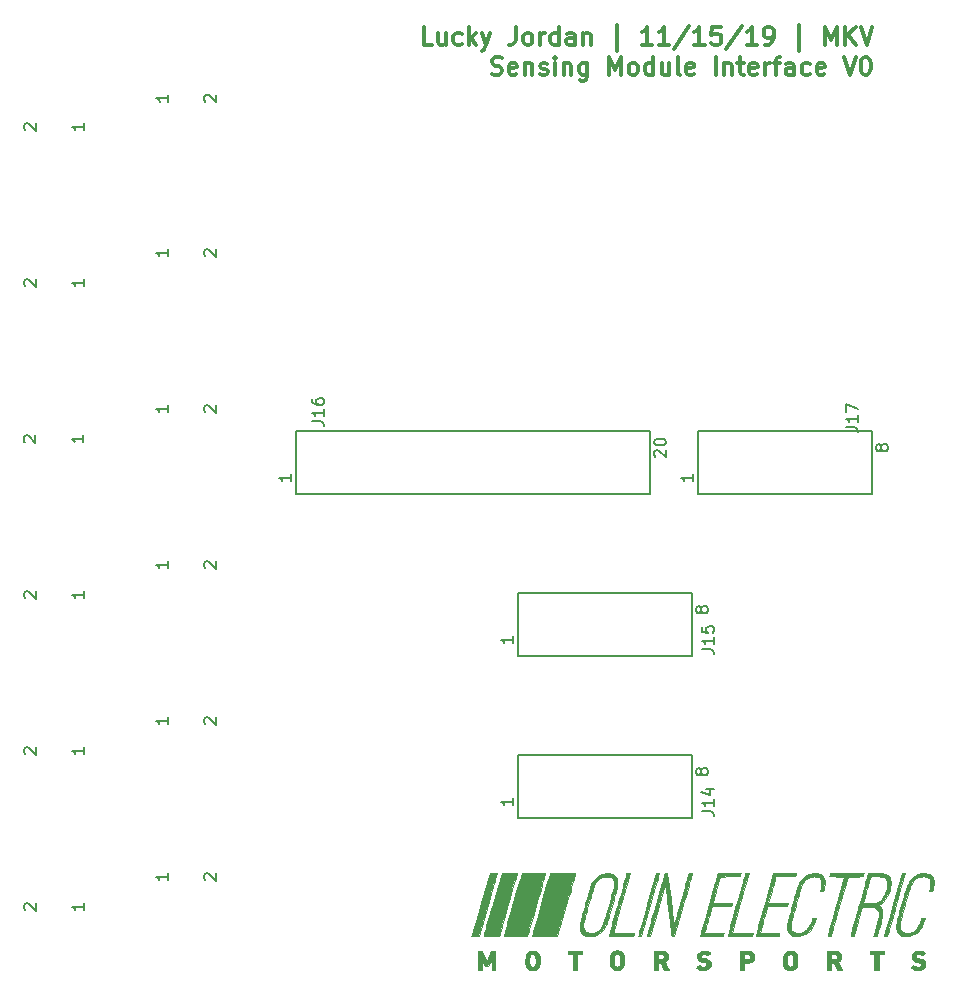
<source format=gbr>
G04 #@! TF.GenerationSoftware,KiCad,Pcbnew,5.1.4-e60b266~84~ubuntu18.04.1*
G04 #@! TF.CreationDate,2019-11-20T23:53:28-05:00*
G04 #@! TF.ProjectId,sensing_module_interface,73656e73-696e-4675-9f6d-6f64756c655f,rev?*
G04 #@! TF.SameCoordinates,Original*
G04 #@! TF.FileFunction,Legend,Top*
G04 #@! TF.FilePolarity,Positive*
%FSLAX46Y46*%
G04 Gerber Fmt 4.6, Leading zero omitted, Abs format (unit mm)*
G04 Created by KiCad (PCBNEW 5.1.4-e60b266~84~ubuntu18.04.1) date 2019-11-20 23:53:28*
%MOMM*%
%LPD*%
G04 APERTURE LIST*
%ADD10C,0.300000*%
%ADD11C,0.150000*%
%ADD12C,0.010000*%
G04 APERTURE END LIST*
D10*
X127476428Y-59855571D02*
X126762142Y-59855571D01*
X126762142Y-58355571D01*
X128619285Y-58855571D02*
X128619285Y-59855571D01*
X127976428Y-58855571D02*
X127976428Y-59641285D01*
X128047857Y-59784142D01*
X128190714Y-59855571D01*
X128405000Y-59855571D01*
X128547857Y-59784142D01*
X128619285Y-59712714D01*
X129976428Y-59784142D02*
X129833571Y-59855571D01*
X129547857Y-59855571D01*
X129405000Y-59784142D01*
X129333571Y-59712714D01*
X129262142Y-59569857D01*
X129262142Y-59141285D01*
X129333571Y-58998428D01*
X129405000Y-58927000D01*
X129547857Y-58855571D01*
X129833571Y-58855571D01*
X129976428Y-58927000D01*
X130619285Y-59855571D02*
X130619285Y-58355571D01*
X130762142Y-59284142D02*
X131190714Y-59855571D01*
X131190714Y-58855571D02*
X130619285Y-59427000D01*
X131690714Y-58855571D02*
X132047857Y-59855571D01*
X132405000Y-58855571D02*
X132047857Y-59855571D01*
X131905000Y-60212714D01*
X131833571Y-60284142D01*
X131690714Y-60355571D01*
X134547857Y-58355571D02*
X134547857Y-59427000D01*
X134476428Y-59641285D01*
X134333571Y-59784142D01*
X134119285Y-59855571D01*
X133976428Y-59855571D01*
X135476428Y-59855571D02*
X135333571Y-59784142D01*
X135262142Y-59712714D01*
X135190714Y-59569857D01*
X135190714Y-59141285D01*
X135262142Y-58998428D01*
X135333571Y-58927000D01*
X135476428Y-58855571D01*
X135690714Y-58855571D01*
X135833571Y-58927000D01*
X135905000Y-58998428D01*
X135976428Y-59141285D01*
X135976428Y-59569857D01*
X135905000Y-59712714D01*
X135833571Y-59784142D01*
X135690714Y-59855571D01*
X135476428Y-59855571D01*
X136619285Y-59855571D02*
X136619285Y-58855571D01*
X136619285Y-59141285D02*
X136690714Y-58998428D01*
X136762142Y-58927000D01*
X136905000Y-58855571D01*
X137047857Y-58855571D01*
X138190714Y-59855571D02*
X138190714Y-58355571D01*
X138190714Y-59784142D02*
X138047857Y-59855571D01*
X137762142Y-59855571D01*
X137619285Y-59784142D01*
X137547857Y-59712714D01*
X137476428Y-59569857D01*
X137476428Y-59141285D01*
X137547857Y-58998428D01*
X137619285Y-58927000D01*
X137762142Y-58855571D01*
X138047857Y-58855571D01*
X138190714Y-58927000D01*
X139547857Y-59855571D02*
X139547857Y-59069857D01*
X139476428Y-58927000D01*
X139333571Y-58855571D01*
X139047857Y-58855571D01*
X138905000Y-58927000D01*
X139547857Y-59784142D02*
X139405000Y-59855571D01*
X139047857Y-59855571D01*
X138905000Y-59784142D01*
X138833571Y-59641285D01*
X138833571Y-59498428D01*
X138905000Y-59355571D01*
X139047857Y-59284142D01*
X139405000Y-59284142D01*
X139547857Y-59212714D01*
X140262142Y-58855571D02*
X140262142Y-59855571D01*
X140262142Y-58998428D02*
X140333571Y-58927000D01*
X140476428Y-58855571D01*
X140690714Y-58855571D01*
X140833571Y-58927000D01*
X140905000Y-59069857D01*
X140905000Y-59855571D01*
X143119285Y-60355571D02*
X143119285Y-58212714D01*
X146119285Y-59855571D02*
X145262142Y-59855571D01*
X145690714Y-59855571D02*
X145690714Y-58355571D01*
X145547857Y-58569857D01*
X145405000Y-58712714D01*
X145262142Y-58784142D01*
X147547857Y-59855571D02*
X146690714Y-59855571D01*
X147119285Y-59855571D02*
X147119285Y-58355571D01*
X146976428Y-58569857D01*
X146833571Y-58712714D01*
X146690714Y-58784142D01*
X149262142Y-58284142D02*
X147976428Y-60212714D01*
X150547857Y-59855571D02*
X149690714Y-59855571D01*
X150119285Y-59855571D02*
X150119285Y-58355571D01*
X149976428Y-58569857D01*
X149833571Y-58712714D01*
X149690714Y-58784142D01*
X151905000Y-58355571D02*
X151190714Y-58355571D01*
X151119285Y-59069857D01*
X151190714Y-58998428D01*
X151333571Y-58927000D01*
X151690714Y-58927000D01*
X151833571Y-58998428D01*
X151905000Y-59069857D01*
X151976428Y-59212714D01*
X151976428Y-59569857D01*
X151905000Y-59712714D01*
X151833571Y-59784142D01*
X151690714Y-59855571D01*
X151333571Y-59855571D01*
X151190714Y-59784142D01*
X151119285Y-59712714D01*
X153690714Y-58284142D02*
X152405000Y-60212714D01*
X154976428Y-59855571D02*
X154119285Y-59855571D01*
X154547857Y-59855571D02*
X154547857Y-58355571D01*
X154405000Y-58569857D01*
X154262142Y-58712714D01*
X154119285Y-58784142D01*
X155690714Y-59855571D02*
X155976428Y-59855571D01*
X156119285Y-59784142D01*
X156190714Y-59712714D01*
X156333571Y-59498428D01*
X156405000Y-59212714D01*
X156405000Y-58641285D01*
X156333571Y-58498428D01*
X156262142Y-58427000D01*
X156119285Y-58355571D01*
X155833571Y-58355571D01*
X155690714Y-58427000D01*
X155619285Y-58498428D01*
X155547857Y-58641285D01*
X155547857Y-58998428D01*
X155619285Y-59141285D01*
X155690714Y-59212714D01*
X155833571Y-59284142D01*
X156119285Y-59284142D01*
X156262142Y-59212714D01*
X156333571Y-59141285D01*
X156405000Y-58998428D01*
X158547857Y-60355571D02*
X158547857Y-58212714D01*
X160762142Y-59855571D02*
X160762142Y-58355571D01*
X161262142Y-59427000D01*
X161762142Y-58355571D01*
X161762142Y-59855571D01*
X162476428Y-59855571D02*
X162476428Y-58355571D01*
X163333571Y-59855571D02*
X162690714Y-58998428D01*
X163333571Y-58355571D02*
X162476428Y-59212714D01*
X163762142Y-58355571D02*
X164262142Y-59855571D01*
X164762142Y-58355571D01*
X132547857Y-62334142D02*
X132762142Y-62405571D01*
X133119285Y-62405571D01*
X133262142Y-62334142D01*
X133333571Y-62262714D01*
X133405000Y-62119857D01*
X133405000Y-61977000D01*
X133333571Y-61834142D01*
X133262142Y-61762714D01*
X133119285Y-61691285D01*
X132833571Y-61619857D01*
X132690714Y-61548428D01*
X132619285Y-61477000D01*
X132547857Y-61334142D01*
X132547857Y-61191285D01*
X132619285Y-61048428D01*
X132690714Y-60977000D01*
X132833571Y-60905571D01*
X133190714Y-60905571D01*
X133405000Y-60977000D01*
X134619285Y-62334142D02*
X134476428Y-62405571D01*
X134190714Y-62405571D01*
X134047857Y-62334142D01*
X133976428Y-62191285D01*
X133976428Y-61619857D01*
X134047857Y-61477000D01*
X134190714Y-61405571D01*
X134476428Y-61405571D01*
X134619285Y-61477000D01*
X134690714Y-61619857D01*
X134690714Y-61762714D01*
X133976428Y-61905571D01*
X135333571Y-61405571D02*
X135333571Y-62405571D01*
X135333571Y-61548428D02*
X135405000Y-61477000D01*
X135547857Y-61405571D01*
X135762142Y-61405571D01*
X135905000Y-61477000D01*
X135976428Y-61619857D01*
X135976428Y-62405571D01*
X136619285Y-62334142D02*
X136762142Y-62405571D01*
X137047857Y-62405571D01*
X137190714Y-62334142D01*
X137262142Y-62191285D01*
X137262142Y-62119857D01*
X137190714Y-61977000D01*
X137047857Y-61905571D01*
X136833571Y-61905571D01*
X136690714Y-61834142D01*
X136619285Y-61691285D01*
X136619285Y-61619857D01*
X136690714Y-61477000D01*
X136833571Y-61405571D01*
X137047857Y-61405571D01*
X137190714Y-61477000D01*
X137905000Y-62405571D02*
X137905000Y-61405571D01*
X137905000Y-60905571D02*
X137833571Y-60977000D01*
X137905000Y-61048428D01*
X137976428Y-60977000D01*
X137905000Y-60905571D01*
X137905000Y-61048428D01*
X138619285Y-61405571D02*
X138619285Y-62405571D01*
X138619285Y-61548428D02*
X138690714Y-61477000D01*
X138833571Y-61405571D01*
X139047857Y-61405571D01*
X139190714Y-61477000D01*
X139262142Y-61619857D01*
X139262142Y-62405571D01*
X140619285Y-61405571D02*
X140619285Y-62619857D01*
X140547857Y-62762714D01*
X140476428Y-62834142D01*
X140333571Y-62905571D01*
X140119285Y-62905571D01*
X139976428Y-62834142D01*
X140619285Y-62334142D02*
X140476428Y-62405571D01*
X140190714Y-62405571D01*
X140047857Y-62334142D01*
X139976428Y-62262714D01*
X139905000Y-62119857D01*
X139905000Y-61691285D01*
X139976428Y-61548428D01*
X140047857Y-61477000D01*
X140190714Y-61405571D01*
X140476428Y-61405571D01*
X140619285Y-61477000D01*
X142476428Y-62405571D02*
X142476428Y-60905571D01*
X142976428Y-61977000D01*
X143476428Y-60905571D01*
X143476428Y-62405571D01*
X144405000Y-62405571D02*
X144262142Y-62334142D01*
X144190714Y-62262714D01*
X144119285Y-62119857D01*
X144119285Y-61691285D01*
X144190714Y-61548428D01*
X144262142Y-61477000D01*
X144405000Y-61405571D01*
X144619285Y-61405571D01*
X144762142Y-61477000D01*
X144833571Y-61548428D01*
X144905000Y-61691285D01*
X144905000Y-62119857D01*
X144833571Y-62262714D01*
X144762142Y-62334142D01*
X144619285Y-62405571D01*
X144405000Y-62405571D01*
X146190714Y-62405571D02*
X146190714Y-60905571D01*
X146190714Y-62334142D02*
X146047857Y-62405571D01*
X145762142Y-62405571D01*
X145619285Y-62334142D01*
X145547857Y-62262714D01*
X145476428Y-62119857D01*
X145476428Y-61691285D01*
X145547857Y-61548428D01*
X145619285Y-61477000D01*
X145762142Y-61405571D01*
X146047857Y-61405571D01*
X146190714Y-61477000D01*
X147547857Y-61405571D02*
X147547857Y-62405571D01*
X146905000Y-61405571D02*
X146905000Y-62191285D01*
X146976428Y-62334142D01*
X147119285Y-62405571D01*
X147333571Y-62405571D01*
X147476428Y-62334142D01*
X147547857Y-62262714D01*
X148476428Y-62405571D02*
X148333571Y-62334142D01*
X148262142Y-62191285D01*
X148262142Y-60905571D01*
X149619285Y-62334142D02*
X149476428Y-62405571D01*
X149190714Y-62405571D01*
X149047857Y-62334142D01*
X148976428Y-62191285D01*
X148976428Y-61619857D01*
X149047857Y-61477000D01*
X149190714Y-61405571D01*
X149476428Y-61405571D01*
X149619285Y-61477000D01*
X149690714Y-61619857D01*
X149690714Y-61762714D01*
X148976428Y-61905571D01*
X151476428Y-62405571D02*
X151476428Y-60905571D01*
X152190714Y-61405571D02*
X152190714Y-62405571D01*
X152190714Y-61548428D02*
X152262142Y-61477000D01*
X152405000Y-61405571D01*
X152619285Y-61405571D01*
X152762142Y-61477000D01*
X152833571Y-61619857D01*
X152833571Y-62405571D01*
X153333571Y-61405571D02*
X153905000Y-61405571D01*
X153547857Y-60905571D02*
X153547857Y-62191285D01*
X153619285Y-62334142D01*
X153762142Y-62405571D01*
X153905000Y-62405571D01*
X154976428Y-62334142D02*
X154833571Y-62405571D01*
X154547857Y-62405571D01*
X154405000Y-62334142D01*
X154333571Y-62191285D01*
X154333571Y-61619857D01*
X154405000Y-61477000D01*
X154547857Y-61405571D01*
X154833571Y-61405571D01*
X154976428Y-61477000D01*
X155047857Y-61619857D01*
X155047857Y-61762714D01*
X154333571Y-61905571D01*
X155690714Y-62405571D02*
X155690714Y-61405571D01*
X155690714Y-61691285D02*
X155762142Y-61548428D01*
X155833571Y-61477000D01*
X155976428Y-61405571D01*
X156119285Y-61405571D01*
X156405000Y-61405571D02*
X156976428Y-61405571D01*
X156619285Y-62405571D02*
X156619285Y-61119857D01*
X156690714Y-60977000D01*
X156833571Y-60905571D01*
X156976428Y-60905571D01*
X158119285Y-62405571D02*
X158119285Y-61619857D01*
X158047857Y-61477000D01*
X157905000Y-61405571D01*
X157619285Y-61405571D01*
X157476428Y-61477000D01*
X158119285Y-62334142D02*
X157976428Y-62405571D01*
X157619285Y-62405571D01*
X157476428Y-62334142D01*
X157405000Y-62191285D01*
X157405000Y-62048428D01*
X157476428Y-61905571D01*
X157619285Y-61834142D01*
X157976428Y-61834142D01*
X158119285Y-61762714D01*
X159476428Y-62334142D02*
X159333571Y-62405571D01*
X159047857Y-62405571D01*
X158905000Y-62334142D01*
X158833571Y-62262714D01*
X158762142Y-62119857D01*
X158762142Y-61691285D01*
X158833571Y-61548428D01*
X158905000Y-61477000D01*
X159047857Y-61405571D01*
X159333571Y-61405571D01*
X159476428Y-61477000D01*
X160690714Y-62334142D02*
X160547857Y-62405571D01*
X160262142Y-62405571D01*
X160119285Y-62334142D01*
X160047857Y-62191285D01*
X160047857Y-61619857D01*
X160119285Y-61477000D01*
X160262142Y-61405571D01*
X160547857Y-61405571D01*
X160690714Y-61477000D01*
X160762142Y-61619857D01*
X160762142Y-61762714D01*
X160047857Y-61905571D01*
X162333571Y-60905571D02*
X162833571Y-62405571D01*
X163333571Y-60905571D01*
X164119285Y-60905571D02*
X164262142Y-60905571D01*
X164405000Y-60977000D01*
X164476428Y-61048428D01*
X164547857Y-61191285D01*
X164619285Y-61477000D01*
X164619285Y-61834142D01*
X164547857Y-62119857D01*
X164476428Y-62262714D01*
X164405000Y-62334142D01*
X164262142Y-62405571D01*
X164119285Y-62405571D01*
X163976428Y-62334142D01*
X163905000Y-62262714D01*
X163833571Y-62119857D01*
X163762142Y-61834142D01*
X163762142Y-61477000D01*
X163833571Y-61191285D01*
X163905000Y-61048428D01*
X163976428Y-60977000D01*
X164119285Y-60905571D01*
D11*
X149498000Y-111616000D02*
X149498000Y-106316000D01*
X134728000Y-111616000D02*
X134728000Y-106316000D01*
X149498000Y-111616000D02*
X134728000Y-111616000D01*
X149498000Y-106316000D02*
X134728000Y-106316000D01*
D12*
G36*
X169214075Y-130004868D02*
G01*
X169433319Y-130038299D01*
X169613128Y-130103430D01*
X169754053Y-130200626D01*
X169856644Y-130330251D01*
X169915339Y-130470355D01*
X169937425Y-130591405D01*
X169946482Y-130746671D01*
X169943075Y-130921421D01*
X169927770Y-131100924D01*
X169901133Y-131270448D01*
X169881326Y-131356100D01*
X169834072Y-131533900D01*
X169687402Y-131541581D01*
X169605351Y-131544258D01*
X169563339Y-131539220D01*
X169550819Y-131523449D01*
X169554227Y-131503481D01*
X169603407Y-131323585D01*
X169635007Y-131171954D01*
X169652069Y-131030426D01*
X169657602Y-130886200D01*
X169656823Y-130766853D01*
X169650719Y-130683066D01*
X169636636Y-130619668D01*
X169611922Y-130561489D01*
X169595480Y-130530919D01*
X169515841Y-130424178D01*
X169410984Y-130349348D01*
X169273946Y-130302928D01*
X169099219Y-130281494D01*
X168861234Y-130291411D01*
X168644880Y-130347285D01*
X168450151Y-130449119D01*
X168277041Y-130596918D01*
X168125545Y-130790687D01*
X167995654Y-131030429D01*
X167960210Y-131113013D01*
X167939635Y-131171544D01*
X167907354Y-131273530D01*
X167864933Y-131413393D01*
X167813940Y-131585553D01*
X167755942Y-131784433D01*
X167692506Y-132004452D01*
X167625200Y-132240031D01*
X167555592Y-132485592D01*
X167485248Y-132735555D01*
X167415736Y-132984342D01*
X167348623Y-133226372D01*
X167285477Y-133456068D01*
X167227866Y-133667849D01*
X167177355Y-133856138D01*
X167135514Y-134015354D01*
X167103909Y-134139919D01*
X167084107Y-134224254D01*
X167079263Y-134248761D01*
X167058752Y-134463416D01*
X167076412Y-134644897D01*
X167132440Y-134793776D01*
X167227038Y-134910628D01*
X167335200Y-134983811D01*
X167403191Y-135016765D01*
X167461219Y-135037159D01*
X167524340Y-135047394D01*
X167607612Y-135049872D01*
X167726091Y-135046995D01*
X167730370Y-135046850D01*
X167855470Y-135040890D01*
X167947013Y-135030554D01*
X168022235Y-135012127D01*
X168098374Y-134981893D01*
X168153500Y-134955639D01*
X168334824Y-134838716D01*
X168498835Y-134676279D01*
X168643423Y-134471288D01*
X168766476Y-134226701D01*
X168859841Y-133965950D01*
X168914947Y-133781800D01*
X169052173Y-133781800D01*
X169127908Y-133785664D01*
X169177747Y-133795616D01*
X169189400Y-133804909D01*
X169179856Y-133856067D01*
X169154051Y-133942327D01*
X169116229Y-134052309D01*
X169070630Y-134174636D01*
X169021497Y-134297929D01*
X168973071Y-134410810D01*
X168929594Y-134501900D01*
X168929476Y-134502127D01*
X168835911Y-134654712D01*
X168716018Y-134808743D01*
X168580610Y-134952996D01*
X168440502Y-135076250D01*
X168306507Y-135167282D01*
X168270553Y-135185948D01*
X168052910Y-135267256D01*
X167817917Y-135315581D01*
X167580714Y-135329322D01*
X167356440Y-135306875D01*
X167284400Y-135290335D01*
X167110656Y-135222338D01*
X166974440Y-135120624D01*
X166873319Y-134982841D01*
X166812757Y-134834333D01*
X166788344Y-134708727D01*
X166777970Y-134552211D01*
X166781891Y-134382767D01*
X166800364Y-134218382D01*
X166803686Y-134199214D01*
X166817784Y-134135892D01*
X166844574Y-134029444D01*
X166882461Y-133885494D01*
X166929853Y-133709667D01*
X166985155Y-133507587D01*
X167046773Y-133284877D01*
X167113115Y-133047163D01*
X167182585Y-132800068D01*
X167253591Y-132549217D01*
X167324539Y-132300234D01*
X167393834Y-132058742D01*
X167459883Y-131830367D01*
X167521093Y-131620732D01*
X167575869Y-131435462D01*
X167622618Y-131280181D01*
X167659746Y-131160512D01*
X167685660Y-131082081D01*
X167691560Y-131065995D01*
X167819920Y-130791559D01*
X167977516Y-130554899D01*
X168161792Y-130357797D01*
X168370187Y-130202036D01*
X168600145Y-130089400D01*
X168849106Y-130021671D01*
X169114513Y-130000633D01*
X169214075Y-130004868D01*
X169214075Y-130004868D01*
G37*
X169214075Y-130004868D02*
X169433319Y-130038299D01*
X169613128Y-130103430D01*
X169754053Y-130200626D01*
X169856644Y-130330251D01*
X169915339Y-130470355D01*
X169937425Y-130591405D01*
X169946482Y-130746671D01*
X169943075Y-130921421D01*
X169927770Y-131100924D01*
X169901133Y-131270448D01*
X169881326Y-131356100D01*
X169834072Y-131533900D01*
X169687402Y-131541581D01*
X169605351Y-131544258D01*
X169563339Y-131539220D01*
X169550819Y-131523449D01*
X169554227Y-131503481D01*
X169603407Y-131323585D01*
X169635007Y-131171954D01*
X169652069Y-131030426D01*
X169657602Y-130886200D01*
X169656823Y-130766853D01*
X169650719Y-130683066D01*
X169636636Y-130619668D01*
X169611922Y-130561489D01*
X169595480Y-130530919D01*
X169515841Y-130424178D01*
X169410984Y-130349348D01*
X169273946Y-130302928D01*
X169099219Y-130281494D01*
X168861234Y-130291411D01*
X168644880Y-130347285D01*
X168450151Y-130449119D01*
X168277041Y-130596918D01*
X168125545Y-130790687D01*
X167995654Y-131030429D01*
X167960210Y-131113013D01*
X167939635Y-131171544D01*
X167907354Y-131273530D01*
X167864933Y-131413393D01*
X167813940Y-131585553D01*
X167755942Y-131784433D01*
X167692506Y-132004452D01*
X167625200Y-132240031D01*
X167555592Y-132485592D01*
X167485248Y-132735555D01*
X167415736Y-132984342D01*
X167348623Y-133226372D01*
X167285477Y-133456068D01*
X167227866Y-133667849D01*
X167177355Y-133856138D01*
X167135514Y-134015354D01*
X167103909Y-134139919D01*
X167084107Y-134224254D01*
X167079263Y-134248761D01*
X167058752Y-134463416D01*
X167076412Y-134644897D01*
X167132440Y-134793776D01*
X167227038Y-134910628D01*
X167335200Y-134983811D01*
X167403191Y-135016765D01*
X167461219Y-135037159D01*
X167524340Y-135047394D01*
X167607612Y-135049872D01*
X167726091Y-135046995D01*
X167730370Y-135046850D01*
X167855470Y-135040890D01*
X167947013Y-135030554D01*
X168022235Y-135012127D01*
X168098374Y-134981893D01*
X168153500Y-134955639D01*
X168334824Y-134838716D01*
X168498835Y-134676279D01*
X168643423Y-134471288D01*
X168766476Y-134226701D01*
X168859841Y-133965950D01*
X168914947Y-133781800D01*
X169052173Y-133781800D01*
X169127908Y-133785664D01*
X169177747Y-133795616D01*
X169189400Y-133804909D01*
X169179856Y-133856067D01*
X169154051Y-133942327D01*
X169116229Y-134052309D01*
X169070630Y-134174636D01*
X169021497Y-134297929D01*
X168973071Y-134410810D01*
X168929594Y-134501900D01*
X168929476Y-134502127D01*
X168835911Y-134654712D01*
X168716018Y-134808743D01*
X168580610Y-134952996D01*
X168440502Y-135076250D01*
X168306507Y-135167282D01*
X168270553Y-135185948D01*
X168052910Y-135267256D01*
X167817917Y-135315581D01*
X167580714Y-135329322D01*
X167356440Y-135306875D01*
X167284400Y-135290335D01*
X167110656Y-135222338D01*
X166974440Y-135120624D01*
X166873319Y-134982841D01*
X166812757Y-134834333D01*
X166788344Y-134708727D01*
X166777970Y-134552211D01*
X166781891Y-134382767D01*
X166800364Y-134218382D01*
X166803686Y-134199214D01*
X166817784Y-134135892D01*
X166844574Y-134029444D01*
X166882461Y-133885494D01*
X166929853Y-133709667D01*
X166985155Y-133507587D01*
X167046773Y-133284877D01*
X167113115Y-133047163D01*
X167182585Y-132800068D01*
X167253591Y-132549217D01*
X167324539Y-132300234D01*
X167393834Y-132058742D01*
X167459883Y-131830367D01*
X167521093Y-131620732D01*
X167575869Y-131435462D01*
X167622618Y-131280181D01*
X167659746Y-131160512D01*
X167685660Y-131082081D01*
X167691560Y-131065995D01*
X167819920Y-130791559D01*
X167977516Y-130554899D01*
X168161792Y-130357797D01*
X168370187Y-130202036D01*
X168600145Y-130089400D01*
X168849106Y-130021671D01*
X169114513Y-130000633D01*
X169214075Y-130004868D01*
G36*
X167478144Y-130011223D02*
G01*
X167487600Y-130030443D01*
X167480847Y-130059320D01*
X167461191Y-130133837D01*
X167429533Y-130250747D01*
X167386775Y-130406801D01*
X167333818Y-130598752D01*
X167271564Y-130823351D01*
X167200916Y-131077352D01*
X167122774Y-131357505D01*
X167038041Y-131660563D01*
X166947619Y-131983279D01*
X166852408Y-132322404D01*
X166762622Y-132641620D01*
X166663615Y-132993374D01*
X166568329Y-133332014D01*
X166477688Y-133654255D01*
X166392615Y-133956815D01*
X166314031Y-134236408D01*
X166242859Y-134489750D01*
X166180021Y-134713557D01*
X166126441Y-134904544D01*
X166083039Y-135059427D01*
X166050740Y-135174922D01*
X166030464Y-135247745D01*
X166023269Y-135274050D01*
X166009032Y-135307216D01*
X165978785Y-135324381D01*
X165918880Y-135330605D01*
X165869192Y-135331200D01*
X165789761Y-135329760D01*
X165750130Y-135322079D01*
X165739310Y-135303117D01*
X165744645Y-135274050D01*
X165753469Y-135242261D01*
X165775148Y-135164841D01*
X165808765Y-135045055D01*
X165853400Y-134886168D01*
X165908135Y-134691446D01*
X165972052Y-134464153D01*
X166044233Y-134207556D01*
X166123758Y-133924919D01*
X166209711Y-133619508D01*
X166301171Y-133294589D01*
X166397221Y-132953426D01*
X166492968Y-132613400D01*
X167226138Y-130009900D01*
X167356869Y-130002222D01*
X167437779Y-130001071D01*
X167478144Y-130011223D01*
X167478144Y-130011223D01*
G37*
X167478144Y-130011223D02*
X167487600Y-130030443D01*
X167480847Y-130059320D01*
X167461191Y-130133837D01*
X167429533Y-130250747D01*
X167386775Y-130406801D01*
X167333818Y-130598752D01*
X167271564Y-130823351D01*
X167200916Y-131077352D01*
X167122774Y-131357505D01*
X167038041Y-131660563D01*
X166947619Y-131983279D01*
X166852408Y-132322404D01*
X166762622Y-132641620D01*
X166663615Y-132993374D01*
X166568329Y-133332014D01*
X166477688Y-133654255D01*
X166392615Y-133956815D01*
X166314031Y-134236408D01*
X166242859Y-134489750D01*
X166180021Y-134713557D01*
X166126441Y-134904544D01*
X166083039Y-135059427D01*
X166050740Y-135174922D01*
X166030464Y-135247745D01*
X166023269Y-135274050D01*
X166009032Y-135307216D01*
X165978785Y-135324381D01*
X165918880Y-135330605D01*
X165869192Y-135331200D01*
X165789761Y-135329760D01*
X165750130Y-135322079D01*
X165739310Y-135303117D01*
X165744645Y-135274050D01*
X165753469Y-135242261D01*
X165775148Y-135164841D01*
X165808765Y-135045055D01*
X165853400Y-134886168D01*
X165908135Y-134691446D01*
X165972052Y-134464153D01*
X166044233Y-134207556D01*
X166123758Y-133924919D01*
X166209711Y-133619508D01*
X166301171Y-133294589D01*
X166397221Y-132953426D01*
X166492968Y-132613400D01*
X167226138Y-130009900D01*
X167356869Y-130002222D01*
X167437779Y-130001071D01*
X167478144Y-130011223D01*
G36*
X164886746Y-130001094D02*
G01*
X165066404Y-130003131D01*
X165068250Y-130003157D01*
X165280980Y-130006639D01*
X165449461Y-130010653D01*
X165580240Y-130015642D01*
X165679866Y-130022050D01*
X165754891Y-130030322D01*
X165811861Y-130040901D01*
X165857328Y-130054230D01*
X165865388Y-130057179D01*
X166022421Y-130141344D01*
X166152095Y-130261331D01*
X166244141Y-130407620D01*
X166244687Y-130408845D01*
X166285285Y-130546070D01*
X166304065Y-130718369D01*
X166301143Y-130914993D01*
X166276640Y-131125197D01*
X166234549Y-131323606D01*
X166127690Y-131667695D01*
X165998653Y-131966103D01*
X165847417Y-132218861D01*
X165673964Y-132426002D01*
X165478273Y-132587558D01*
X165404800Y-132633180D01*
X165339100Y-132670865D01*
X165294772Y-132696401D01*
X165284101Y-132702635D01*
X165296610Y-132721431D01*
X165335577Y-132766277D01*
X165382905Y-132817220D01*
X165473273Y-132923092D01*
X165534691Y-133026075D01*
X165571839Y-133139773D01*
X165589398Y-133277793D01*
X165592402Y-133426200D01*
X165591146Y-133502712D01*
X165587914Y-133571347D01*
X165581236Y-133638973D01*
X165569642Y-133712456D01*
X165551664Y-133798663D01*
X165525832Y-133904460D01*
X165490679Y-134036714D01*
X165444733Y-134202293D01*
X165386527Y-134408062D01*
X165369600Y-134467600D01*
X165315094Y-134659109D01*
X165264636Y-134836198D01*
X165220013Y-134992603D01*
X165183013Y-135122064D01*
X165155427Y-135218319D01*
X165139042Y-135275106D01*
X165135606Y-135286750D01*
X165116204Y-135313652D01*
X165071186Y-135327278D01*
X164988389Y-135331194D01*
X164983988Y-135331200D01*
X164907997Y-135329237D01*
X164857879Y-135324182D01*
X164846000Y-135319410D01*
X164852630Y-135292967D01*
X164871419Y-135223599D01*
X164900714Y-135117266D01*
X164938863Y-134979929D01*
X164984211Y-134817548D01*
X165035106Y-134636086D01*
X165062062Y-134540260D01*
X165116902Y-134343440D01*
X165168205Y-134155430D01*
X165214021Y-133983680D01*
X165252397Y-133835643D01*
X165281383Y-133718769D01*
X165299028Y-133640509D01*
X165302296Y-133622799D01*
X165313442Y-133427765D01*
X165280783Y-133256853D01*
X165204995Y-133111544D01*
X165086754Y-132993317D01*
X164986527Y-132931218D01*
X164933350Y-132904659D01*
X164886733Y-132884954D01*
X164837859Y-132870920D01*
X164777913Y-132861377D01*
X164698080Y-132855143D01*
X164589545Y-132851038D01*
X164443491Y-132847881D01*
X164352511Y-132846268D01*
X163868100Y-132837837D01*
X163564894Y-133925768D01*
X163499988Y-134158415D01*
X163437681Y-134381286D01*
X163379637Y-134588465D01*
X163327518Y-134774036D01*
X163282987Y-134932083D01*
X163247708Y-135056689D01*
X163223344Y-135141940D01*
X163214444Y-135172450D01*
X163167199Y-135331200D01*
X163041399Y-135331200D01*
X162961350Y-135326860D01*
X162922712Y-135312109D01*
X162915600Y-135293994D01*
X162922351Y-135264973D01*
X162942010Y-135190285D01*
X162973682Y-135073154D01*
X163016473Y-134916801D01*
X163069488Y-134724451D01*
X163131833Y-134499326D01*
X163202615Y-134244648D01*
X163280938Y-133963641D01*
X163365909Y-133659527D01*
X163456634Y-133335529D01*
X163552218Y-132994870D01*
X163651767Y-132640773D01*
X163652200Y-132639236D01*
X163677180Y-132550432D01*
X163957000Y-132550432D01*
X163981027Y-132554419D01*
X164047618Y-132557858D01*
X164148539Y-132560517D01*
X164275555Y-132562165D01*
X164390135Y-132562600D01*
X164604944Y-132560061D01*
X164776360Y-132552130D01*
X164911556Y-132538333D01*
X165000874Y-132522205D01*
X165203629Y-132453791D01*
X165384404Y-132344987D01*
X165544355Y-132194344D01*
X165684637Y-132000411D01*
X165806406Y-131761739D01*
X165910817Y-131476876D01*
X165954594Y-131325232D01*
X166008172Y-131074396D01*
X166025289Y-130858826D01*
X166005926Y-130678393D01*
X165950065Y-130532972D01*
X165857688Y-130422434D01*
X165817048Y-130392175D01*
X165749999Y-130353776D01*
X165675743Y-130324682D01*
X165586338Y-130303712D01*
X165473837Y-130289682D01*
X165330298Y-130281410D01*
X165147775Y-130277715D01*
X165044561Y-130277220D01*
X164882398Y-130277410D01*
X164763949Y-130278941D01*
X164682133Y-130282485D01*
X164629870Y-130288712D01*
X164600079Y-130298292D01*
X164585678Y-130311897D01*
X164581840Y-130321050D01*
X164568926Y-130365262D01*
X164544746Y-130449921D01*
X164510966Y-130569079D01*
X164469254Y-130716786D01*
X164421278Y-130887091D01*
X164368704Y-131074046D01*
X164313202Y-131271700D01*
X164256438Y-131474104D01*
X164200079Y-131675309D01*
X164145794Y-131869365D01*
X164095249Y-132050322D01*
X164050113Y-132212231D01*
X164012053Y-132349142D01*
X163982736Y-132455105D01*
X163963829Y-132524172D01*
X163957001Y-132550391D01*
X163957000Y-132550432D01*
X163677180Y-132550432D01*
X163751674Y-132285617D01*
X163847196Y-131945799D01*
X163937873Y-131622969D01*
X164022813Y-131320313D01*
X164101125Y-131041016D01*
X164171916Y-130788265D01*
X164234295Y-130565245D01*
X164287370Y-130375143D01*
X164330250Y-130221145D01*
X164362042Y-130106436D01*
X164381856Y-130034204D01*
X164388798Y-130007633D01*
X164388800Y-130007598D01*
X164413099Y-130004216D01*
X164481617Y-130001831D01*
X164587780Y-130000487D01*
X164725014Y-130000227D01*
X164886746Y-130001094D01*
X164886746Y-130001094D01*
G37*
X164886746Y-130001094D02*
X165066404Y-130003131D01*
X165068250Y-130003157D01*
X165280980Y-130006639D01*
X165449461Y-130010653D01*
X165580240Y-130015642D01*
X165679866Y-130022050D01*
X165754891Y-130030322D01*
X165811861Y-130040901D01*
X165857328Y-130054230D01*
X165865388Y-130057179D01*
X166022421Y-130141344D01*
X166152095Y-130261331D01*
X166244141Y-130407620D01*
X166244687Y-130408845D01*
X166285285Y-130546070D01*
X166304065Y-130718369D01*
X166301143Y-130914993D01*
X166276640Y-131125197D01*
X166234549Y-131323606D01*
X166127690Y-131667695D01*
X165998653Y-131966103D01*
X165847417Y-132218861D01*
X165673964Y-132426002D01*
X165478273Y-132587558D01*
X165404800Y-132633180D01*
X165339100Y-132670865D01*
X165294772Y-132696401D01*
X165284101Y-132702635D01*
X165296610Y-132721431D01*
X165335577Y-132766277D01*
X165382905Y-132817220D01*
X165473273Y-132923092D01*
X165534691Y-133026075D01*
X165571839Y-133139773D01*
X165589398Y-133277793D01*
X165592402Y-133426200D01*
X165591146Y-133502712D01*
X165587914Y-133571347D01*
X165581236Y-133638973D01*
X165569642Y-133712456D01*
X165551664Y-133798663D01*
X165525832Y-133904460D01*
X165490679Y-134036714D01*
X165444733Y-134202293D01*
X165386527Y-134408062D01*
X165369600Y-134467600D01*
X165315094Y-134659109D01*
X165264636Y-134836198D01*
X165220013Y-134992603D01*
X165183013Y-135122064D01*
X165155427Y-135218319D01*
X165139042Y-135275106D01*
X165135606Y-135286750D01*
X165116204Y-135313652D01*
X165071186Y-135327278D01*
X164988389Y-135331194D01*
X164983988Y-135331200D01*
X164907997Y-135329237D01*
X164857879Y-135324182D01*
X164846000Y-135319410D01*
X164852630Y-135292967D01*
X164871419Y-135223599D01*
X164900714Y-135117266D01*
X164938863Y-134979929D01*
X164984211Y-134817548D01*
X165035106Y-134636086D01*
X165062062Y-134540260D01*
X165116902Y-134343440D01*
X165168205Y-134155430D01*
X165214021Y-133983680D01*
X165252397Y-133835643D01*
X165281383Y-133718769D01*
X165299028Y-133640509D01*
X165302296Y-133622799D01*
X165313442Y-133427765D01*
X165280783Y-133256853D01*
X165204995Y-133111544D01*
X165086754Y-132993317D01*
X164986527Y-132931218D01*
X164933350Y-132904659D01*
X164886733Y-132884954D01*
X164837859Y-132870920D01*
X164777913Y-132861377D01*
X164698080Y-132855143D01*
X164589545Y-132851038D01*
X164443491Y-132847881D01*
X164352511Y-132846268D01*
X163868100Y-132837837D01*
X163564894Y-133925768D01*
X163499988Y-134158415D01*
X163437681Y-134381286D01*
X163379637Y-134588465D01*
X163327518Y-134774036D01*
X163282987Y-134932083D01*
X163247708Y-135056689D01*
X163223344Y-135141940D01*
X163214444Y-135172450D01*
X163167199Y-135331200D01*
X163041399Y-135331200D01*
X162961350Y-135326860D01*
X162922712Y-135312109D01*
X162915600Y-135293994D01*
X162922351Y-135264973D01*
X162942010Y-135190285D01*
X162973682Y-135073154D01*
X163016473Y-134916801D01*
X163069488Y-134724451D01*
X163131833Y-134499326D01*
X163202615Y-134244648D01*
X163280938Y-133963641D01*
X163365909Y-133659527D01*
X163456634Y-133335529D01*
X163552218Y-132994870D01*
X163651767Y-132640773D01*
X163652200Y-132639236D01*
X163677180Y-132550432D01*
X163957000Y-132550432D01*
X163981027Y-132554419D01*
X164047618Y-132557858D01*
X164148539Y-132560517D01*
X164275555Y-132562165D01*
X164390135Y-132562600D01*
X164604944Y-132560061D01*
X164776360Y-132552130D01*
X164911556Y-132538333D01*
X165000874Y-132522205D01*
X165203629Y-132453791D01*
X165384404Y-132344987D01*
X165544355Y-132194344D01*
X165684637Y-132000411D01*
X165806406Y-131761739D01*
X165910817Y-131476876D01*
X165954594Y-131325232D01*
X166008172Y-131074396D01*
X166025289Y-130858826D01*
X166005926Y-130678393D01*
X165950065Y-130532972D01*
X165857688Y-130422434D01*
X165817048Y-130392175D01*
X165749999Y-130353776D01*
X165675743Y-130324682D01*
X165586338Y-130303712D01*
X165473837Y-130289682D01*
X165330298Y-130281410D01*
X165147775Y-130277715D01*
X165044561Y-130277220D01*
X164882398Y-130277410D01*
X164763949Y-130278941D01*
X164682133Y-130282485D01*
X164629870Y-130288712D01*
X164600079Y-130298292D01*
X164585678Y-130311897D01*
X164581840Y-130321050D01*
X164568926Y-130365262D01*
X164544746Y-130449921D01*
X164510966Y-130569079D01*
X164469254Y-130716786D01*
X164421278Y-130887091D01*
X164368704Y-131074046D01*
X164313202Y-131271700D01*
X164256438Y-131474104D01*
X164200079Y-131675309D01*
X164145794Y-131869365D01*
X164095249Y-132050322D01*
X164050113Y-132212231D01*
X164012053Y-132349142D01*
X163982736Y-132455105D01*
X163963829Y-132524172D01*
X163957001Y-132550391D01*
X163957000Y-132550432D01*
X163677180Y-132550432D01*
X163751674Y-132285617D01*
X163847196Y-131945799D01*
X163937873Y-131622969D01*
X164022813Y-131320313D01*
X164101125Y-131041016D01*
X164171916Y-130788265D01*
X164234295Y-130565245D01*
X164287370Y-130375143D01*
X164330250Y-130221145D01*
X164362042Y-130106436D01*
X164381856Y-130034204D01*
X164388798Y-130007633D01*
X164388800Y-130007598D01*
X164413099Y-130004216D01*
X164481617Y-130001831D01*
X164587780Y-130000487D01*
X164725014Y-130000227D01*
X164886746Y-130001094D01*
G36*
X162861298Y-129997341D02*
G01*
X163107662Y-129997748D01*
X163333605Y-129998394D01*
X163534561Y-129999254D01*
X163705962Y-130000300D01*
X163843244Y-130001507D01*
X163941840Y-130002848D01*
X163997183Y-130004297D01*
X164007800Y-130005289D01*
X164001185Y-130032059D01*
X163984175Y-130092275D01*
X163968844Y-130144555D01*
X163929889Y-130275731D01*
X163291653Y-130282515D01*
X162653417Y-130289300D01*
X161963343Y-132740400D01*
X161866682Y-133083807D01*
X161773701Y-133414287D01*
X161685352Y-133728446D01*
X161602589Y-134022888D01*
X161526363Y-134294221D01*
X161457628Y-134539050D01*
X161397337Y-134753979D01*
X161346441Y-134935616D01*
X161305895Y-135080565D01*
X161276649Y-135185433D01*
X161259658Y-135246825D01*
X161255750Y-135261350D01*
X161241781Y-135301554D01*
X161216504Y-135322379D01*
X161165741Y-135330144D01*
X161099016Y-135331200D01*
X161022707Y-135330152D01*
X160972279Y-135327451D01*
X160960124Y-135324850D01*
X160966905Y-135300051D01*
X160986550Y-135229595D01*
X161018150Y-135116718D01*
X161060794Y-134964659D01*
X161113572Y-134776656D01*
X161175575Y-134555948D01*
X161245892Y-134305774D01*
X161323615Y-134029371D01*
X161407831Y-133729977D01*
X161497633Y-133410832D01*
X161592109Y-133075173D01*
X161668483Y-132803900D01*
X162376517Y-130289300D01*
X161741810Y-130282508D01*
X161543123Y-130280005D01*
X161389923Y-130277026D01*
X161276894Y-130273207D01*
X161198723Y-130268178D01*
X161150096Y-130261574D01*
X161125700Y-130253029D01*
X161120220Y-130242174D01*
X161120945Y-130239647D01*
X161136098Y-130193108D01*
X161156701Y-130121876D01*
X161162572Y-130100388D01*
X161190358Y-129997200D01*
X162599079Y-129997200D01*
X162861298Y-129997341D01*
X162861298Y-129997341D01*
G37*
X162861298Y-129997341D02*
X163107662Y-129997748D01*
X163333605Y-129998394D01*
X163534561Y-129999254D01*
X163705962Y-130000300D01*
X163843244Y-130001507D01*
X163941840Y-130002848D01*
X163997183Y-130004297D01*
X164007800Y-130005289D01*
X164001185Y-130032059D01*
X163984175Y-130092275D01*
X163968844Y-130144555D01*
X163929889Y-130275731D01*
X163291653Y-130282515D01*
X162653417Y-130289300D01*
X161963343Y-132740400D01*
X161866682Y-133083807D01*
X161773701Y-133414287D01*
X161685352Y-133728446D01*
X161602589Y-134022888D01*
X161526363Y-134294221D01*
X161457628Y-134539050D01*
X161397337Y-134753979D01*
X161346441Y-134935616D01*
X161305895Y-135080565D01*
X161276649Y-135185433D01*
X161259658Y-135246825D01*
X161255750Y-135261350D01*
X161241781Y-135301554D01*
X161216504Y-135322379D01*
X161165741Y-135330144D01*
X161099016Y-135331200D01*
X161022707Y-135330152D01*
X160972279Y-135327451D01*
X160960124Y-135324850D01*
X160966905Y-135300051D01*
X160986550Y-135229595D01*
X161018150Y-135116718D01*
X161060794Y-134964659D01*
X161113572Y-134776656D01*
X161175575Y-134555948D01*
X161245892Y-134305774D01*
X161323615Y-134029371D01*
X161407831Y-133729977D01*
X161497633Y-133410832D01*
X161592109Y-133075173D01*
X161668483Y-132803900D01*
X162376517Y-130289300D01*
X161741810Y-130282508D01*
X161543123Y-130280005D01*
X161389923Y-130277026D01*
X161276894Y-130273207D01*
X161198723Y-130268178D01*
X161150096Y-130261574D01*
X161125700Y-130253029D01*
X161120220Y-130242174D01*
X161120945Y-130239647D01*
X161136098Y-130193108D01*
X161156701Y-130121876D01*
X161162572Y-130100388D01*
X161190358Y-129997200D01*
X162599079Y-129997200D01*
X162861298Y-129997341D01*
G36*
X160012024Y-130011181D02*
G01*
X160105924Y-130014466D01*
X160176037Y-130023137D01*
X160235868Y-130039519D01*
X160298920Y-130065935D01*
X160353515Y-130092284D01*
X160503256Y-130190567D01*
X160615560Y-130319979D01*
X160690582Y-130481238D01*
X160728479Y-130675060D01*
X160729405Y-130902164D01*
X160693518Y-131163267D01*
X160637467Y-131400550D01*
X160597505Y-131546600D01*
X160461152Y-131546600D01*
X160385679Y-131544106D01*
X160336163Y-131537687D01*
X160324800Y-131531781D01*
X160330586Y-131501783D01*
X160345934Y-131435497D01*
X160367822Y-131345853D01*
X160373730Y-131322231D01*
X160423047Y-131090946D01*
X160444172Y-130897030D01*
X160436607Y-130735269D01*
X160399857Y-130600446D01*
X160333424Y-130487345D01*
X160289532Y-130437921D01*
X160198804Y-130362086D01*
X160099040Y-130312519D01*
X159979031Y-130286100D01*
X159827566Y-130279710D01*
X159733565Y-130283217D01*
X159605240Y-130293945D01*
X159506332Y-130312690D01*
X159415543Y-130344511D01*
X159352565Y-130373730D01*
X159170748Y-130490874D01*
X159005967Y-130652658D01*
X158861726Y-130854754D01*
X158741528Y-131092837D01*
X158713759Y-131162446D01*
X158694745Y-131219136D01*
X158663856Y-131319109D01*
X158622703Y-131456670D01*
X158572897Y-131626124D01*
X158516050Y-131821777D01*
X158453774Y-132037935D01*
X158387680Y-132268903D01*
X158319378Y-132508986D01*
X158250482Y-132752490D01*
X158182602Y-132993721D01*
X158117350Y-133226984D01*
X158056337Y-133446585D01*
X158001174Y-133646829D01*
X157953474Y-133822021D01*
X157914848Y-133966467D01*
X157886906Y-134074473D01*
X157871885Y-134137400D01*
X157852208Y-134254659D01*
X157839222Y-134380826D01*
X157836182Y-134454900D01*
X157851762Y-134642349D01*
X157900415Y-134792540D01*
X157983791Y-134907024D01*
X158103541Y-134987353D01*
X158261315Y-135035078D01*
X158458765Y-135051752D01*
X158471148Y-135051800D01*
X158701009Y-135029751D01*
X158908841Y-134963299D01*
X159095149Y-134851982D01*
X159260440Y-134695341D01*
X159405221Y-134492915D01*
X159529996Y-134244243D01*
X159616171Y-134010400D01*
X159685492Y-133794500D01*
X159827346Y-133786882D01*
X159904459Y-133784630D01*
X159955978Y-133786743D01*
X159969200Y-133790941D01*
X159961824Y-133818553D01*
X159941969Y-133883429D01*
X159913047Y-133974583D01*
X159891933Y-134039859D01*
X159769143Y-134358775D01*
X159623241Y-134632459D01*
X159454231Y-134860909D01*
X159262114Y-135044121D01*
X159046893Y-135182095D01*
X158808571Y-135274827D01*
X158547150Y-135322316D01*
X158381700Y-135329110D01*
X158266353Y-135324368D01*
X158153950Y-135313152D01*
X158067570Y-135297813D01*
X158062944Y-135296605D01*
X157886029Y-135226037D01*
X157744930Y-135119479D01*
X157639787Y-134977059D01*
X157593233Y-134872255D01*
X157569140Y-134766832D01*
X157556241Y-134626975D01*
X157554586Y-134467809D01*
X157564222Y-134304462D01*
X157585199Y-134152061D01*
X157590830Y-134123892D01*
X157604718Y-134066684D01*
X157630954Y-133966411D01*
X157667921Y-133828850D01*
X157713997Y-133659779D01*
X157767563Y-133464974D01*
X157827001Y-133250213D01*
X157890690Y-133021274D01*
X157957011Y-132783932D01*
X158024344Y-132543966D01*
X158091070Y-132307152D01*
X158155570Y-132079268D01*
X158216224Y-131866091D01*
X158271413Y-131673397D01*
X158319516Y-131506964D01*
X158358915Y-131372569D01*
X158387990Y-131275990D01*
X158398761Y-131241800D01*
X158516023Y-130943460D01*
X158661328Y-130681978D01*
X158832813Y-130459536D01*
X159028618Y-130278315D01*
X159246879Y-130140496D01*
X159392213Y-130077963D01*
X159481632Y-130048321D01*
X159563048Y-130028909D01*
X159651899Y-130017611D01*
X159763623Y-130012309D01*
X159880834Y-130010959D01*
X160012024Y-130011181D01*
X160012024Y-130011181D01*
G37*
X160012024Y-130011181D02*
X160105924Y-130014466D01*
X160176037Y-130023137D01*
X160235868Y-130039519D01*
X160298920Y-130065935D01*
X160353515Y-130092284D01*
X160503256Y-130190567D01*
X160615560Y-130319979D01*
X160690582Y-130481238D01*
X160728479Y-130675060D01*
X160729405Y-130902164D01*
X160693518Y-131163267D01*
X160637467Y-131400550D01*
X160597505Y-131546600D01*
X160461152Y-131546600D01*
X160385679Y-131544106D01*
X160336163Y-131537687D01*
X160324800Y-131531781D01*
X160330586Y-131501783D01*
X160345934Y-131435497D01*
X160367822Y-131345853D01*
X160373730Y-131322231D01*
X160423047Y-131090946D01*
X160444172Y-130897030D01*
X160436607Y-130735269D01*
X160399857Y-130600446D01*
X160333424Y-130487345D01*
X160289532Y-130437921D01*
X160198804Y-130362086D01*
X160099040Y-130312519D01*
X159979031Y-130286100D01*
X159827566Y-130279710D01*
X159733565Y-130283217D01*
X159605240Y-130293945D01*
X159506332Y-130312690D01*
X159415543Y-130344511D01*
X159352565Y-130373730D01*
X159170748Y-130490874D01*
X159005967Y-130652658D01*
X158861726Y-130854754D01*
X158741528Y-131092837D01*
X158713759Y-131162446D01*
X158694745Y-131219136D01*
X158663856Y-131319109D01*
X158622703Y-131456670D01*
X158572897Y-131626124D01*
X158516050Y-131821777D01*
X158453774Y-132037935D01*
X158387680Y-132268903D01*
X158319378Y-132508986D01*
X158250482Y-132752490D01*
X158182602Y-132993721D01*
X158117350Y-133226984D01*
X158056337Y-133446585D01*
X158001174Y-133646829D01*
X157953474Y-133822021D01*
X157914848Y-133966467D01*
X157886906Y-134074473D01*
X157871885Y-134137400D01*
X157852208Y-134254659D01*
X157839222Y-134380826D01*
X157836182Y-134454900D01*
X157851762Y-134642349D01*
X157900415Y-134792540D01*
X157983791Y-134907024D01*
X158103541Y-134987353D01*
X158261315Y-135035078D01*
X158458765Y-135051752D01*
X158471148Y-135051800D01*
X158701009Y-135029751D01*
X158908841Y-134963299D01*
X159095149Y-134851982D01*
X159260440Y-134695341D01*
X159405221Y-134492915D01*
X159529996Y-134244243D01*
X159616171Y-134010400D01*
X159685492Y-133794500D01*
X159827346Y-133786882D01*
X159904459Y-133784630D01*
X159955978Y-133786743D01*
X159969200Y-133790941D01*
X159961824Y-133818553D01*
X159941969Y-133883429D01*
X159913047Y-133974583D01*
X159891933Y-134039859D01*
X159769143Y-134358775D01*
X159623241Y-134632459D01*
X159454231Y-134860909D01*
X159262114Y-135044121D01*
X159046893Y-135182095D01*
X158808571Y-135274827D01*
X158547150Y-135322316D01*
X158381700Y-135329110D01*
X158266353Y-135324368D01*
X158153950Y-135313152D01*
X158067570Y-135297813D01*
X158062944Y-135296605D01*
X157886029Y-135226037D01*
X157744930Y-135119479D01*
X157639787Y-134977059D01*
X157593233Y-134872255D01*
X157569140Y-134766832D01*
X157556241Y-134626975D01*
X157554586Y-134467809D01*
X157564222Y-134304462D01*
X157585199Y-134152061D01*
X157590830Y-134123892D01*
X157604718Y-134066684D01*
X157630954Y-133966411D01*
X157667921Y-133828850D01*
X157713997Y-133659779D01*
X157767563Y-133464974D01*
X157827001Y-133250213D01*
X157890690Y-133021274D01*
X157957011Y-132783932D01*
X158024344Y-132543966D01*
X158091070Y-132307152D01*
X158155570Y-132079268D01*
X158216224Y-131866091D01*
X158271413Y-131673397D01*
X158319516Y-131506964D01*
X158358915Y-131372569D01*
X158387990Y-131275990D01*
X158398761Y-131241800D01*
X158516023Y-130943460D01*
X158661328Y-130681978D01*
X158832813Y-130459536D01*
X159028618Y-130278315D01*
X159246879Y-130140496D01*
X159392213Y-130077963D01*
X159481632Y-130048321D01*
X159563048Y-130028909D01*
X159651899Y-130017611D01*
X159763623Y-130012309D01*
X159880834Y-130010959D01*
X160012024Y-130011181D01*
G36*
X157611725Y-129997809D02*
G01*
X157841485Y-129999659D01*
X158022801Y-130002782D01*
X158156841Y-130007211D01*
X158244776Y-130012979D01*
X158287776Y-130020118D01*
X158292800Y-130024052D01*
X158286971Y-130063443D01*
X158272278Y-130131343D01*
X158264384Y-130163752D01*
X158235969Y-130276599D01*
X157401268Y-130276600D01*
X156566567Y-130276600D01*
X156549095Y-130346450D01*
X156538640Y-130385206D01*
X156515900Y-130467417D01*
X156482397Y-130587650D01*
X156439652Y-130740470D01*
X156389185Y-130920446D01*
X156332518Y-131122143D01*
X156271172Y-131340128D01*
X156234464Y-131470400D01*
X155937305Y-132524500D01*
X156759452Y-132531197D01*
X157007939Y-132533829D01*
X157208201Y-132537343D01*
X157362809Y-132541850D01*
X157474333Y-132547458D01*
X157545342Y-132554279D01*
X157578407Y-132562421D01*
X157581600Y-132566350D01*
X157574740Y-132607457D01*
X157557710Y-132674035D01*
X157552179Y-132693003D01*
X157522758Y-132791200D01*
X155862342Y-132791200D01*
X155714162Y-133318250D01*
X155660588Y-133508776D01*
X155598120Y-133730890D01*
X155531626Y-133967283D01*
X155465976Y-134200643D01*
X155406039Y-134413658D01*
X155398007Y-134442200D01*
X155230032Y-135039100D01*
X156050216Y-135045797D01*
X156312649Y-135048747D01*
X156524450Y-135052901D01*
X156685771Y-135058266D01*
X156796766Y-135064848D01*
X156857588Y-135072654D01*
X156870400Y-135078999D01*
X156864575Y-135118161D01*
X156849890Y-135185906D01*
X156841984Y-135218352D01*
X156813569Y-135331200D01*
X155851384Y-135331200D01*
X155593539Y-135330845D01*
X155382660Y-135329700D01*
X155214918Y-135327637D01*
X155086484Y-135324532D01*
X154993528Y-135320260D01*
X154932221Y-135314696D01*
X154898734Y-135307714D01*
X154889200Y-135299748D01*
X154895946Y-135271529D01*
X154915592Y-135197619D01*
X154947246Y-135081221D01*
X154990020Y-134925538D01*
X155043023Y-134733772D01*
X155105363Y-134509126D01*
X155176153Y-134254803D01*
X155254500Y-133974003D01*
X155339516Y-133669931D01*
X155430309Y-133345789D01*
X155525989Y-133004779D01*
X155625667Y-132650103D01*
X155630549Y-132632748D01*
X156371898Y-129997200D01*
X157332349Y-129997200D01*
X157611725Y-129997809D01*
X157611725Y-129997809D01*
G37*
X157611725Y-129997809D02*
X157841485Y-129999659D01*
X158022801Y-130002782D01*
X158156841Y-130007211D01*
X158244776Y-130012979D01*
X158287776Y-130020118D01*
X158292800Y-130024052D01*
X158286971Y-130063443D01*
X158272278Y-130131343D01*
X158264384Y-130163752D01*
X158235969Y-130276599D01*
X157401268Y-130276600D01*
X156566567Y-130276600D01*
X156549095Y-130346450D01*
X156538640Y-130385206D01*
X156515900Y-130467417D01*
X156482397Y-130587650D01*
X156439652Y-130740470D01*
X156389185Y-130920446D01*
X156332518Y-131122143D01*
X156271172Y-131340128D01*
X156234464Y-131470400D01*
X155937305Y-132524500D01*
X156759452Y-132531197D01*
X157007939Y-132533829D01*
X157208201Y-132537343D01*
X157362809Y-132541850D01*
X157474333Y-132547458D01*
X157545342Y-132554279D01*
X157578407Y-132562421D01*
X157581600Y-132566350D01*
X157574740Y-132607457D01*
X157557710Y-132674035D01*
X157552179Y-132693003D01*
X157522758Y-132791200D01*
X155862342Y-132791200D01*
X155714162Y-133318250D01*
X155660588Y-133508776D01*
X155598120Y-133730890D01*
X155531626Y-133967283D01*
X155465976Y-134200643D01*
X155406039Y-134413658D01*
X155398007Y-134442200D01*
X155230032Y-135039100D01*
X156050216Y-135045797D01*
X156312649Y-135048747D01*
X156524450Y-135052901D01*
X156685771Y-135058266D01*
X156796766Y-135064848D01*
X156857588Y-135072654D01*
X156870400Y-135078999D01*
X156864575Y-135118161D01*
X156849890Y-135185906D01*
X156841984Y-135218352D01*
X156813569Y-135331200D01*
X155851384Y-135331200D01*
X155593539Y-135330845D01*
X155382660Y-135329700D01*
X155214918Y-135327637D01*
X155086484Y-135324532D01*
X154993528Y-135320260D01*
X154932221Y-135314696D01*
X154898734Y-135307714D01*
X154889200Y-135299748D01*
X154895946Y-135271529D01*
X154915592Y-135197619D01*
X154947246Y-135081221D01*
X154990020Y-134925538D01*
X155043023Y-134733772D01*
X155105363Y-134509126D01*
X155176153Y-134254803D01*
X155254500Y-133974003D01*
X155339516Y-133669931D01*
X155430309Y-133345789D01*
X155525989Y-133004779D01*
X155625667Y-132650103D01*
X155630549Y-132632748D01*
X156371898Y-129997200D01*
X157332349Y-129997200D01*
X157611725Y-129997809D01*
G36*
X154217403Y-130000365D02*
G01*
X154267152Y-130008522D01*
X154278735Y-130016250D01*
X154271868Y-130042826D01*
X154252118Y-130115026D01*
X154220400Y-130229579D01*
X154177630Y-130383220D01*
X154124723Y-130572679D01*
X154062594Y-130794689D01*
X153992158Y-131045981D01*
X153914330Y-131323289D01*
X153830025Y-131623344D01*
X153740158Y-131942877D01*
X153645646Y-132278622D01*
X153572799Y-132537200D01*
X152867726Y-135039100D01*
X154639092Y-135052454D01*
X154621210Y-135134677D01*
X154601581Y-135211909D01*
X154581792Y-135274050D01*
X154560257Y-135331200D01*
X153529217Y-135331200D01*
X153273149Y-135331094D01*
X153063375Y-135330645D01*
X152895390Y-135329656D01*
X152764689Y-135327931D01*
X152666765Y-135325272D01*
X152597112Y-135321483D01*
X152551227Y-135316366D01*
X152524602Y-135309724D01*
X152512732Y-135301362D01*
X152511113Y-135291081D01*
X152512210Y-135286750D01*
X152520875Y-135256682D01*
X152542367Y-135180971D01*
X152575768Y-135062879D01*
X152620158Y-134905669D01*
X152674618Y-134712602D01*
X152738228Y-134486939D01*
X152810070Y-134231944D01*
X152889224Y-133950877D01*
X152974771Y-133647002D01*
X153065792Y-133323578D01*
X153161367Y-132983870D01*
X153251279Y-132664200D01*
X153350187Y-132312536D01*
X153445369Y-131974197D01*
X153535906Y-131652445D01*
X153620877Y-131350541D01*
X153699366Y-131071748D01*
X153770453Y-130819328D01*
X153833220Y-130596542D01*
X153886746Y-130406651D01*
X153930115Y-130252919D01*
X153962407Y-130138607D01*
X153982703Y-130066976D01*
X153989969Y-130041650D01*
X154009392Y-130014746D01*
X154054434Y-130001119D01*
X154137259Y-129997205D01*
X154141611Y-129997200D01*
X154217403Y-130000365D01*
X154217403Y-130000365D01*
G37*
X154217403Y-130000365D02*
X154267152Y-130008522D01*
X154278735Y-130016250D01*
X154271868Y-130042826D01*
X154252118Y-130115026D01*
X154220400Y-130229579D01*
X154177630Y-130383220D01*
X154124723Y-130572679D01*
X154062594Y-130794689D01*
X153992158Y-131045981D01*
X153914330Y-131323289D01*
X153830025Y-131623344D01*
X153740158Y-131942877D01*
X153645646Y-132278622D01*
X153572799Y-132537200D01*
X152867726Y-135039100D01*
X154639092Y-135052454D01*
X154621210Y-135134677D01*
X154601581Y-135211909D01*
X154581792Y-135274050D01*
X154560257Y-135331200D01*
X153529217Y-135331200D01*
X153273149Y-135331094D01*
X153063375Y-135330645D01*
X152895390Y-135329656D01*
X152764689Y-135327931D01*
X152666765Y-135325272D01*
X152597112Y-135321483D01*
X152551227Y-135316366D01*
X152524602Y-135309724D01*
X152512732Y-135301362D01*
X152511113Y-135291081D01*
X152512210Y-135286750D01*
X152520875Y-135256682D01*
X152542367Y-135180971D01*
X152575768Y-135062879D01*
X152620158Y-134905669D01*
X152674618Y-134712602D01*
X152738228Y-134486939D01*
X152810070Y-134231944D01*
X152889224Y-133950877D01*
X152974771Y-133647002D01*
X153065792Y-133323578D01*
X153161367Y-132983870D01*
X153251279Y-132664200D01*
X153350187Y-132312536D01*
X153445369Y-131974197D01*
X153535906Y-131652445D01*
X153620877Y-131350541D01*
X153699366Y-131071748D01*
X153770453Y-130819328D01*
X153833220Y-130596542D01*
X153886746Y-130406651D01*
X153930115Y-130252919D01*
X153962407Y-130138607D01*
X153982703Y-130066976D01*
X153989969Y-130041650D01*
X154009392Y-130014746D01*
X154054434Y-130001119D01*
X154137259Y-129997205D01*
X154141611Y-129997200D01*
X154217403Y-130000365D01*
G36*
X152846110Y-129997684D02*
G01*
X153044824Y-129999063D01*
X153221191Y-130001229D01*
X153369694Y-130004071D01*
X153484811Y-130007482D01*
X153561026Y-130011351D01*
X153592817Y-130015569D01*
X153593414Y-130016250D01*
X153586444Y-130050136D01*
X153569240Y-130114072D01*
X153558875Y-130149600D01*
X153524721Y-130263900D01*
X152691601Y-130276600D01*
X151858480Y-130289300D01*
X151546007Y-131394200D01*
X151481641Y-131622131D01*
X151421704Y-131835028D01*
X151367583Y-132027915D01*
X151320666Y-132195812D01*
X151282343Y-132333743D01*
X151254000Y-132436729D01*
X151237026Y-132499794D01*
X151232566Y-132518150D01*
X151256733Y-132522740D01*
X151325745Y-132526932D01*
X151433649Y-132530590D01*
X151574490Y-132533574D01*
X151742316Y-132535748D01*
X151931172Y-132536975D01*
X152057583Y-132537200D01*
X152883567Y-132537200D01*
X152866664Y-132607050D01*
X152845749Y-132682416D01*
X152828709Y-132734050D01*
X152807657Y-132791200D01*
X151157551Y-132791200D01*
X151107022Y-132962650D01*
X151088512Y-133026660D01*
X151058238Y-133132814D01*
X151018115Y-133274331D01*
X150970059Y-133444431D01*
X150915985Y-133636334D01*
X150857809Y-133843259D01*
X150800229Y-134048500D01*
X150741828Y-134256789D01*
X150687383Y-134450784D01*
X150638500Y-134624777D01*
X150596785Y-134773060D01*
X150563844Y-134889924D01*
X150541282Y-134969661D01*
X150530707Y-135006562D01*
X150530470Y-135007350D01*
X150529409Y-135019544D01*
X150537768Y-135029286D01*
X150560560Y-135036849D01*
X150602795Y-135042507D01*
X150669483Y-135046532D01*
X150765635Y-135049200D01*
X150896262Y-135050783D01*
X151066375Y-135051556D01*
X151280984Y-135051792D01*
X151344188Y-135051800D01*
X151543374Y-135052362D01*
X151725293Y-135053956D01*
X151883991Y-135056446D01*
X152013513Y-135059694D01*
X152107904Y-135063563D01*
X152161208Y-135067916D01*
X152171014Y-135070850D01*
X152164043Y-135104735D01*
X152146835Y-135168670D01*
X152136466Y-135204200D01*
X152102304Y-135318500D01*
X151131744Y-135325153D01*
X150884076Y-135326742D01*
X150682561Y-135327652D01*
X150522553Y-135327699D01*
X150399407Y-135326698D01*
X150308477Y-135324462D01*
X150245120Y-135320809D01*
X150204688Y-135315552D01*
X150182538Y-135308507D01*
X150174023Y-135299488D01*
X150174500Y-135288311D01*
X150174867Y-135287053D01*
X150183489Y-135256898D01*
X150204915Y-135181122D01*
X150238221Y-135063014D01*
X150282483Y-134905861D01*
X150336775Y-134712953D01*
X150400172Y-134487577D01*
X150471751Y-134233022D01*
X150550585Y-133952577D01*
X150635749Y-133649530D01*
X150726320Y-133327169D01*
X150821373Y-132988782D01*
X150901829Y-132702300D01*
X151000140Y-132352311D01*
X151094937Y-132015024D01*
X151185276Y-131693790D01*
X151270211Y-131391963D01*
X151348795Y-131112897D01*
X151420085Y-130859946D01*
X151483134Y-130636461D01*
X151536997Y-130445798D01*
X151580728Y-130291309D01*
X151613383Y-130176347D01*
X151634015Y-130104267D01*
X151641223Y-130079750D01*
X151667339Y-129997200D01*
X152630569Y-129997200D01*
X152846110Y-129997684D01*
X152846110Y-129997684D01*
G37*
X152846110Y-129997684D02*
X153044824Y-129999063D01*
X153221191Y-130001229D01*
X153369694Y-130004071D01*
X153484811Y-130007482D01*
X153561026Y-130011351D01*
X153592817Y-130015569D01*
X153593414Y-130016250D01*
X153586444Y-130050136D01*
X153569240Y-130114072D01*
X153558875Y-130149600D01*
X153524721Y-130263900D01*
X152691601Y-130276600D01*
X151858480Y-130289300D01*
X151546007Y-131394200D01*
X151481641Y-131622131D01*
X151421704Y-131835028D01*
X151367583Y-132027915D01*
X151320666Y-132195812D01*
X151282343Y-132333743D01*
X151254000Y-132436729D01*
X151237026Y-132499794D01*
X151232566Y-132518150D01*
X151256733Y-132522740D01*
X151325745Y-132526932D01*
X151433649Y-132530590D01*
X151574490Y-132533574D01*
X151742316Y-132535748D01*
X151931172Y-132536975D01*
X152057583Y-132537200D01*
X152883567Y-132537200D01*
X152866664Y-132607050D01*
X152845749Y-132682416D01*
X152828709Y-132734050D01*
X152807657Y-132791200D01*
X151157551Y-132791200D01*
X151107022Y-132962650D01*
X151088512Y-133026660D01*
X151058238Y-133132814D01*
X151018115Y-133274331D01*
X150970059Y-133444431D01*
X150915985Y-133636334D01*
X150857809Y-133843259D01*
X150800229Y-134048500D01*
X150741828Y-134256789D01*
X150687383Y-134450784D01*
X150638500Y-134624777D01*
X150596785Y-134773060D01*
X150563844Y-134889924D01*
X150541282Y-134969661D01*
X150530707Y-135006562D01*
X150530470Y-135007350D01*
X150529409Y-135019544D01*
X150537768Y-135029286D01*
X150560560Y-135036849D01*
X150602795Y-135042507D01*
X150669483Y-135046532D01*
X150765635Y-135049200D01*
X150896262Y-135050783D01*
X151066375Y-135051556D01*
X151280984Y-135051792D01*
X151344188Y-135051800D01*
X151543374Y-135052362D01*
X151725293Y-135053956D01*
X151883991Y-135056446D01*
X152013513Y-135059694D01*
X152107904Y-135063563D01*
X152161208Y-135067916D01*
X152171014Y-135070850D01*
X152164043Y-135104735D01*
X152146835Y-135168670D01*
X152136466Y-135204200D01*
X152102304Y-135318500D01*
X151131744Y-135325153D01*
X150884076Y-135326742D01*
X150682561Y-135327652D01*
X150522553Y-135327699D01*
X150399407Y-135326698D01*
X150308477Y-135324462D01*
X150245120Y-135320809D01*
X150204688Y-135315552D01*
X150182538Y-135308507D01*
X150174023Y-135299488D01*
X150174500Y-135288311D01*
X150174867Y-135287053D01*
X150183489Y-135256898D01*
X150204915Y-135181122D01*
X150238221Y-135063014D01*
X150282483Y-134905861D01*
X150336775Y-134712953D01*
X150400172Y-134487577D01*
X150471751Y-134233022D01*
X150550585Y-133952577D01*
X150635749Y-133649530D01*
X150726320Y-133327169D01*
X150821373Y-132988782D01*
X150901829Y-132702300D01*
X151000140Y-132352311D01*
X151094937Y-132015024D01*
X151185276Y-131693790D01*
X151270211Y-131391963D01*
X151348795Y-131112897D01*
X151420085Y-130859946D01*
X151483134Y-130636461D01*
X151536997Y-130445798D01*
X151580728Y-130291309D01*
X151613383Y-130176347D01*
X151634015Y-130104267D01*
X151641223Y-130079750D01*
X151667339Y-129997200D01*
X152630569Y-129997200D01*
X152846110Y-129997684D01*
G36*
X149348172Y-129997733D02*
G01*
X149416937Y-130001622D01*
X149466077Y-130008827D01*
X149479501Y-130016250D01*
X149472839Y-130042773D01*
X149453307Y-130115023D01*
X149421788Y-130229822D01*
X149379169Y-130383996D01*
X149326333Y-130574368D01*
X149264166Y-130797761D01*
X149193553Y-131051000D01*
X149115378Y-131330908D01*
X149030526Y-131634311D01*
X148939883Y-131958030D01*
X148844333Y-132298891D01*
X148744760Y-132653718D01*
X148736551Y-132682954D01*
X147993100Y-135330608D01*
X147872450Y-135330904D01*
X147792334Y-135325823D01*
X147755743Y-135308870D01*
X147751800Y-135296204D01*
X147748773Y-135266254D01*
X147739993Y-135189595D01*
X147725907Y-135069938D01*
X147706962Y-134910994D01*
X147683605Y-134716474D01*
X147656286Y-134490090D01*
X147625450Y-134235552D01*
X147591546Y-133956572D01*
X147555022Y-133656860D01*
X147516325Y-133340128D01*
X147485100Y-133085108D01*
X147445017Y-132757852D01*
X147406729Y-132444829D01*
X147370683Y-132149740D01*
X147337330Y-131876286D01*
X147307121Y-131628167D01*
X147280504Y-131409086D01*
X147257929Y-131222742D01*
X147239846Y-131072838D01*
X147226705Y-130963073D01*
X147218956Y-130897149D01*
X147216944Y-130878553D01*
X147210021Y-130897930D01*
X147190325Y-130962852D01*
X147158819Y-131069957D01*
X147116467Y-131215883D01*
X147064231Y-131397266D01*
X147003074Y-131610745D01*
X146933959Y-131852957D01*
X146857850Y-132120540D01*
X146775708Y-132410131D01*
X146688499Y-132718368D01*
X146597183Y-133041888D01*
X146585510Y-133083300D01*
X145955531Y-135318500D01*
X145810131Y-135326181D01*
X145728571Y-135328859D01*
X145687050Y-135323752D01*
X145675030Y-135307807D01*
X145678670Y-135288081D01*
X145687327Y-135257783D01*
X145708791Y-135181866D01*
X145742135Y-135063620D01*
X145786434Y-134906335D01*
X145840763Y-134713303D01*
X145904197Y-134487811D01*
X145975809Y-134233152D01*
X146054676Y-133952614D01*
X146139870Y-133649489D01*
X146230467Y-133327065D01*
X146325541Y-132988634D01*
X146405965Y-132702300D01*
X146504296Y-132352281D01*
X146599120Y-132014940D01*
X146689492Y-131693634D01*
X146774464Y-131391718D01*
X146853091Y-131112547D01*
X146924426Y-130859477D01*
X146987524Y-130635863D01*
X147041437Y-130445062D01*
X147085221Y-130290428D01*
X147117927Y-130175317D01*
X147138611Y-130103086D01*
X147145858Y-130078456D01*
X147165400Y-130027470D01*
X147192312Y-130004225D01*
X147243421Y-129999797D01*
X147289567Y-130002256D01*
X147406740Y-130009900D01*
X147673566Y-132225949D01*
X147713376Y-132554631D01*
X147751774Y-132867884D01*
X147788299Y-133162175D01*
X147822494Y-133433969D01*
X147853897Y-133679731D01*
X147882048Y-133895926D01*
X147906489Y-134079020D01*
X147926758Y-134225478D01*
X147942398Y-134331766D01*
X147952946Y-134394349D01*
X147957728Y-134410349D01*
X147966486Y-134382782D01*
X147987743Y-134310613D01*
X148020300Y-134198087D01*
X148062959Y-134049449D01*
X148114524Y-133868944D01*
X148173794Y-133660817D01*
X148239573Y-133429313D01*
X148310663Y-133178678D01*
X148385865Y-132913156D01*
X148463981Y-132636993D01*
X148543814Y-132354433D01*
X148624165Y-132069721D01*
X148703836Y-131787104D01*
X148781630Y-131510825D01*
X148856347Y-131245130D01*
X148926791Y-130994264D01*
X148991763Y-130762472D01*
X149050065Y-130554000D01*
X149100500Y-130373091D01*
X149141868Y-130223992D01*
X149172972Y-130110947D01*
X149192615Y-130038202D01*
X149199597Y-130010001D01*
X149199600Y-130009927D01*
X149221957Y-130001489D01*
X149277330Y-129997557D01*
X149348172Y-129997733D01*
X149348172Y-129997733D01*
G37*
X149348172Y-129997733D02*
X149416937Y-130001622D01*
X149466077Y-130008827D01*
X149479501Y-130016250D01*
X149472839Y-130042773D01*
X149453307Y-130115023D01*
X149421788Y-130229822D01*
X149379169Y-130383996D01*
X149326333Y-130574368D01*
X149264166Y-130797761D01*
X149193553Y-131051000D01*
X149115378Y-131330908D01*
X149030526Y-131634311D01*
X148939883Y-131958030D01*
X148844333Y-132298891D01*
X148744760Y-132653718D01*
X148736551Y-132682954D01*
X147993100Y-135330608D01*
X147872450Y-135330904D01*
X147792334Y-135325823D01*
X147755743Y-135308870D01*
X147751800Y-135296204D01*
X147748773Y-135266254D01*
X147739993Y-135189595D01*
X147725907Y-135069938D01*
X147706962Y-134910994D01*
X147683605Y-134716474D01*
X147656286Y-134490090D01*
X147625450Y-134235552D01*
X147591546Y-133956572D01*
X147555022Y-133656860D01*
X147516325Y-133340128D01*
X147485100Y-133085108D01*
X147445017Y-132757852D01*
X147406729Y-132444829D01*
X147370683Y-132149740D01*
X147337330Y-131876286D01*
X147307121Y-131628167D01*
X147280504Y-131409086D01*
X147257929Y-131222742D01*
X147239846Y-131072838D01*
X147226705Y-130963073D01*
X147218956Y-130897149D01*
X147216944Y-130878553D01*
X147210021Y-130897930D01*
X147190325Y-130962852D01*
X147158819Y-131069957D01*
X147116467Y-131215883D01*
X147064231Y-131397266D01*
X147003074Y-131610745D01*
X146933959Y-131852957D01*
X146857850Y-132120540D01*
X146775708Y-132410131D01*
X146688499Y-132718368D01*
X146597183Y-133041888D01*
X146585510Y-133083300D01*
X145955531Y-135318500D01*
X145810131Y-135326181D01*
X145728571Y-135328859D01*
X145687050Y-135323752D01*
X145675030Y-135307807D01*
X145678670Y-135288081D01*
X145687327Y-135257783D01*
X145708791Y-135181866D01*
X145742135Y-135063620D01*
X145786434Y-134906335D01*
X145840763Y-134713303D01*
X145904197Y-134487811D01*
X145975809Y-134233152D01*
X146054676Y-133952614D01*
X146139870Y-133649489D01*
X146230467Y-133327065D01*
X146325541Y-132988634D01*
X146405965Y-132702300D01*
X146504296Y-132352281D01*
X146599120Y-132014940D01*
X146689492Y-131693634D01*
X146774464Y-131391718D01*
X146853091Y-131112547D01*
X146924426Y-130859477D01*
X146987524Y-130635863D01*
X147041437Y-130445062D01*
X147085221Y-130290428D01*
X147117927Y-130175317D01*
X147138611Y-130103086D01*
X147145858Y-130078456D01*
X147165400Y-130027470D01*
X147192312Y-130004225D01*
X147243421Y-129999797D01*
X147289567Y-130002256D01*
X147406740Y-130009900D01*
X147673566Y-132225949D01*
X147713376Y-132554631D01*
X147751774Y-132867884D01*
X147788299Y-133162175D01*
X147822494Y-133433969D01*
X147853897Y-133679731D01*
X147882048Y-133895926D01*
X147906489Y-134079020D01*
X147926758Y-134225478D01*
X147942398Y-134331766D01*
X147952946Y-134394349D01*
X147957728Y-134410349D01*
X147966486Y-134382782D01*
X147987743Y-134310613D01*
X148020300Y-134198087D01*
X148062959Y-134049449D01*
X148114524Y-133868944D01*
X148173794Y-133660817D01*
X148239573Y-133429313D01*
X148310663Y-133178678D01*
X148385865Y-132913156D01*
X148463981Y-132636993D01*
X148543814Y-132354433D01*
X148624165Y-132069721D01*
X148703836Y-131787104D01*
X148781630Y-131510825D01*
X148856347Y-131245130D01*
X148926791Y-130994264D01*
X148991763Y-130762472D01*
X149050065Y-130554000D01*
X149100500Y-130373091D01*
X149141868Y-130223992D01*
X149172972Y-130110947D01*
X149192615Y-130038202D01*
X149199597Y-130010001D01*
X149199600Y-130009927D01*
X149221957Y-130001489D01*
X149277330Y-129997557D01*
X149348172Y-129997733D01*
G36*
X146631668Y-129998436D02*
G01*
X146670093Y-130006268D01*
X146680170Y-130027385D01*
X146673407Y-130067049D01*
X146664507Y-130100612D01*
X146642747Y-130179775D01*
X146609049Y-130301243D01*
X146564337Y-130461721D01*
X146509533Y-130657916D01*
X146445559Y-130886531D01*
X146373338Y-131144273D01*
X146293792Y-131427846D01*
X146207845Y-131733956D01*
X146116418Y-132059309D01*
X146020434Y-132400609D01*
X145928379Y-132727700D01*
X145198981Y-135318500D01*
X145065690Y-135326177D01*
X144991158Y-135326968D01*
X144942471Y-135320776D01*
X144931708Y-135313477D01*
X144938347Y-135286773D01*
X144957860Y-135214346D01*
X144989365Y-135099374D01*
X145031975Y-134945036D01*
X145084805Y-134754508D01*
X145146971Y-134530970D01*
X145217589Y-134277598D01*
X145295772Y-133997572D01*
X145380636Y-133694068D01*
X145471296Y-133370265D01*
X145566868Y-133029342D01*
X145666466Y-132674475D01*
X145674658Y-132645304D01*
X146418300Y-129997509D01*
X146553668Y-129997354D01*
X146631668Y-129998436D01*
X146631668Y-129998436D01*
G37*
X146631668Y-129998436D02*
X146670093Y-130006268D01*
X146680170Y-130027385D01*
X146673407Y-130067049D01*
X146664507Y-130100612D01*
X146642747Y-130179775D01*
X146609049Y-130301243D01*
X146564337Y-130461721D01*
X146509533Y-130657916D01*
X146445559Y-130886531D01*
X146373338Y-131144273D01*
X146293792Y-131427846D01*
X146207845Y-131733956D01*
X146116418Y-132059309D01*
X146020434Y-132400609D01*
X145928379Y-132727700D01*
X145198981Y-135318500D01*
X145065690Y-135326177D01*
X144991158Y-135326968D01*
X144942471Y-135320776D01*
X144931708Y-135313477D01*
X144938347Y-135286773D01*
X144957860Y-135214346D01*
X144989365Y-135099374D01*
X145031975Y-134945036D01*
X145084805Y-134754508D01*
X145146971Y-134530970D01*
X145217589Y-134277598D01*
X145295772Y-133997572D01*
X145380636Y-133694068D01*
X145471296Y-133370265D01*
X145566868Y-133029342D01*
X145666466Y-132674475D01*
X145674658Y-132645304D01*
X146418300Y-129997509D01*
X146553668Y-129997354D01*
X146631668Y-129998436D01*
G36*
X144209377Y-130067050D02*
G01*
X144200177Y-130100910D01*
X144178167Y-130180260D01*
X144144302Y-130301691D01*
X144099539Y-130461792D01*
X144044833Y-130657154D01*
X143981141Y-130884368D01*
X143909418Y-131140023D01*
X143830620Y-131420712D01*
X143745704Y-131723023D01*
X143655625Y-132043548D01*
X143561340Y-132378877D01*
X143508123Y-132568072D01*
X143412300Y-132908959D01*
X143320467Y-133236154D01*
X143233551Y-133546329D01*
X143152479Y-133836154D01*
X143078177Y-134102300D01*
X143011572Y-134341437D01*
X142953591Y-134550235D01*
X142905160Y-134725366D01*
X142867205Y-134863499D01*
X142840654Y-134961305D01*
X142826433Y-135015456D01*
X142824200Y-135025522D01*
X142848955Y-135033657D01*
X142923373Y-135040280D01*
X143047679Y-135045399D01*
X143222099Y-135049020D01*
X143446860Y-135051150D01*
X143703253Y-135051800D01*
X144582307Y-135051800D01*
X144565625Y-135118263D01*
X144547424Y-135196208D01*
X144534297Y-135257963D01*
X144519650Y-135331200D01*
X142447114Y-135331200D01*
X142495139Y-135159750D01*
X142508672Y-135111552D01*
X142534968Y-135018008D01*
X142573030Y-134882668D01*
X142621856Y-134709087D01*
X142680447Y-134500815D01*
X142747805Y-134261406D01*
X142822928Y-133994412D01*
X142904819Y-133703386D01*
X142992477Y-133391880D01*
X143084903Y-133063447D01*
X143181097Y-132721639D01*
X143242482Y-132503526D01*
X143339354Y-132159220D01*
X143432251Y-131828843D01*
X143520257Y-131515662D01*
X143602456Y-131222941D01*
X143677933Y-130953947D01*
X143745774Y-130711944D01*
X143805064Y-130500200D01*
X143854886Y-130321978D01*
X143894327Y-130180545D01*
X143922471Y-130079166D01*
X143938403Y-130021107D01*
X143941800Y-130007976D01*
X143964803Y-130002122D01*
X144024244Y-129998209D01*
X144084253Y-129997200D01*
X144226707Y-129997200D01*
X144209377Y-130067050D01*
X144209377Y-130067050D01*
G37*
X144209377Y-130067050D02*
X144200177Y-130100910D01*
X144178167Y-130180260D01*
X144144302Y-130301691D01*
X144099539Y-130461792D01*
X144044833Y-130657154D01*
X143981141Y-130884368D01*
X143909418Y-131140023D01*
X143830620Y-131420712D01*
X143745704Y-131723023D01*
X143655625Y-132043548D01*
X143561340Y-132378877D01*
X143508123Y-132568072D01*
X143412300Y-132908959D01*
X143320467Y-133236154D01*
X143233551Y-133546329D01*
X143152479Y-133836154D01*
X143078177Y-134102300D01*
X143011572Y-134341437D01*
X142953591Y-134550235D01*
X142905160Y-134725366D01*
X142867205Y-134863499D01*
X142840654Y-134961305D01*
X142826433Y-135015456D01*
X142824200Y-135025522D01*
X142848955Y-135033657D01*
X142923373Y-135040280D01*
X143047679Y-135045399D01*
X143222099Y-135049020D01*
X143446860Y-135051150D01*
X143703253Y-135051800D01*
X144582307Y-135051800D01*
X144565625Y-135118263D01*
X144547424Y-135196208D01*
X144534297Y-135257963D01*
X144519650Y-135331200D01*
X142447114Y-135331200D01*
X142495139Y-135159750D01*
X142508672Y-135111552D01*
X142534968Y-135018008D01*
X142573030Y-134882668D01*
X142621856Y-134709087D01*
X142680447Y-134500815D01*
X142747805Y-134261406D01*
X142822928Y-133994412D01*
X142904819Y-133703386D01*
X142992477Y-133391880D01*
X143084903Y-133063447D01*
X143181097Y-132721639D01*
X143242482Y-132503526D01*
X143339354Y-132159220D01*
X143432251Y-131828843D01*
X143520257Y-131515662D01*
X143602456Y-131222941D01*
X143677933Y-130953947D01*
X143745774Y-130711944D01*
X143805064Y-130500200D01*
X143854886Y-130321978D01*
X143894327Y-130180545D01*
X143922471Y-130079166D01*
X143938403Y-130021107D01*
X143941800Y-130007976D01*
X143964803Y-130002122D01*
X144024244Y-129998209D01*
X144084253Y-129997200D01*
X144226707Y-129997200D01*
X144209377Y-130067050D01*
G36*
X142463643Y-130003811D02*
G01*
X142662617Y-130040965D01*
X142835047Y-130110960D01*
X142976232Y-130212190D01*
X143081474Y-130343047D01*
X143117328Y-130414677D01*
X143151021Y-130533677D01*
X143170471Y-130685872D01*
X143174779Y-130855442D01*
X143163047Y-131026566D01*
X143155245Y-131082284D01*
X143141019Y-131151189D01*
X143114075Y-131262828D01*
X143075985Y-131411649D01*
X143028317Y-131592101D01*
X142972640Y-131798633D01*
X142910524Y-132025694D01*
X142843539Y-132267733D01*
X142773252Y-132519198D01*
X142701235Y-132774540D01*
X142629056Y-133028206D01*
X142558284Y-133274646D01*
X142490490Y-133508308D01*
X142427241Y-133723641D01*
X142370108Y-133915095D01*
X142320660Y-134077118D01*
X142280466Y-134204159D01*
X142251095Y-134290667D01*
X142240392Y-134318330D01*
X142105271Y-134583578D01*
X141942139Y-134813016D01*
X141754099Y-135003752D01*
X141544250Y-135152894D01*
X141315694Y-135257551D01*
X141196236Y-135292089D01*
X141051902Y-135315895D01*
X140887565Y-135326956D01*
X140722678Y-135325145D01*
X140576696Y-135310332D01*
X140511544Y-135296605D01*
X140334719Y-135225968D01*
X140193445Y-135119432D01*
X140088694Y-134977872D01*
X140043398Y-134875412D01*
X140022646Y-134783071D01*
X140009834Y-134656166D01*
X140005197Y-134510344D01*
X140007917Y-134402917D01*
X140285423Y-134402917D01*
X140289368Y-134553366D01*
X140307543Y-134682232D01*
X140332207Y-134759700D01*
X140399054Y-134873471D01*
X140483737Y-134955705D01*
X140593314Y-135009616D01*
X140734841Y-135038415D01*
X140915373Y-135045316D01*
X140957300Y-135044335D01*
X141085249Y-135038254D01*
X141179441Y-135027262D01*
X141256896Y-135007970D01*
X141334631Y-134976987D01*
X141363700Y-134963404D01*
X141502379Y-134884262D01*
X141626424Y-134784408D01*
X141738510Y-134659388D01*
X141841314Y-134504749D01*
X141937510Y-134316038D01*
X142029775Y-134088801D01*
X142120783Y-133818585D01*
X142188057Y-133591300D01*
X142308890Y-133163293D01*
X142416213Y-132781839D01*
X142510638Y-132444691D01*
X142592776Y-132149601D01*
X142663238Y-131894325D01*
X142722635Y-131676616D01*
X142771577Y-131494227D01*
X142810677Y-131344913D01*
X142840544Y-131226426D01*
X142861790Y-131136521D01*
X142875027Y-131072952D01*
X142878315Y-131053752D01*
X142893683Y-130844871D01*
X142870984Y-130665480D01*
X142810828Y-130517389D01*
X142713823Y-130402406D01*
X142642540Y-130352527D01*
X142588016Y-130324137D01*
X142534838Y-130305732D01*
X142469985Y-130295198D01*
X142380438Y-130290425D01*
X142253175Y-130289300D01*
X142252700Y-130289300D01*
X142123434Y-130290572D01*
X142030338Y-130295951D01*
X141958811Y-130307784D01*
X141894252Y-130328415D01*
X141827619Y-130357575D01*
X141731200Y-130407357D01*
X141638115Y-130462800D01*
X141589534Y-130496331D01*
X141499758Y-130582071D01*
X141403421Y-130703042D01*
X141309350Y-130846059D01*
X141226368Y-130997938D01*
X141173591Y-131117753D01*
X141154355Y-131174222D01*
X141123134Y-131273981D01*
X141081543Y-131411374D01*
X141031201Y-131580745D01*
X140973725Y-131776441D01*
X140910732Y-131992805D01*
X140843841Y-132224183D01*
X140774667Y-132464919D01*
X140704829Y-132709358D01*
X140635945Y-132951844D01*
X140569631Y-133186724D01*
X140507506Y-133408341D01*
X140451186Y-133611040D01*
X140402290Y-133789166D01*
X140362434Y-133937065D01*
X140333236Y-134049079D01*
X140321223Y-134097911D01*
X140295957Y-134246044D01*
X140285423Y-134402917D01*
X140007917Y-134402917D01*
X140008972Y-134361253D01*
X140021397Y-134224543D01*
X140032533Y-134157700D01*
X140044687Y-134107626D01*
X140069151Y-134014301D01*
X140104358Y-133883338D01*
X140148737Y-133720352D01*
X140200722Y-133530959D01*
X140258744Y-133320773D01*
X140321234Y-133095410D01*
X140386624Y-132860484D01*
X140453345Y-132621611D01*
X140519830Y-132384405D01*
X140584510Y-132154482D01*
X140645816Y-131937456D01*
X140702180Y-131738942D01*
X140752034Y-131564555D01*
X140793809Y-131419911D01*
X140825937Y-131310624D01*
X140846849Y-131242309D01*
X140847013Y-131241800D01*
X140959483Y-130956000D01*
X141101251Y-130701468D01*
X141269130Y-130481526D01*
X141459936Y-130299494D01*
X141670482Y-130158696D01*
X141897581Y-130062454D01*
X142004865Y-130034453D01*
X142242825Y-130001105D01*
X142463643Y-130003811D01*
X142463643Y-130003811D01*
G37*
X142463643Y-130003811D02*
X142662617Y-130040965D01*
X142835047Y-130110960D01*
X142976232Y-130212190D01*
X143081474Y-130343047D01*
X143117328Y-130414677D01*
X143151021Y-130533677D01*
X143170471Y-130685872D01*
X143174779Y-130855442D01*
X143163047Y-131026566D01*
X143155245Y-131082284D01*
X143141019Y-131151189D01*
X143114075Y-131262828D01*
X143075985Y-131411649D01*
X143028317Y-131592101D01*
X142972640Y-131798633D01*
X142910524Y-132025694D01*
X142843539Y-132267733D01*
X142773252Y-132519198D01*
X142701235Y-132774540D01*
X142629056Y-133028206D01*
X142558284Y-133274646D01*
X142490490Y-133508308D01*
X142427241Y-133723641D01*
X142370108Y-133915095D01*
X142320660Y-134077118D01*
X142280466Y-134204159D01*
X142251095Y-134290667D01*
X142240392Y-134318330D01*
X142105271Y-134583578D01*
X141942139Y-134813016D01*
X141754099Y-135003752D01*
X141544250Y-135152894D01*
X141315694Y-135257551D01*
X141196236Y-135292089D01*
X141051902Y-135315895D01*
X140887565Y-135326956D01*
X140722678Y-135325145D01*
X140576696Y-135310332D01*
X140511544Y-135296605D01*
X140334719Y-135225968D01*
X140193445Y-135119432D01*
X140088694Y-134977872D01*
X140043398Y-134875412D01*
X140022646Y-134783071D01*
X140009834Y-134656166D01*
X140005197Y-134510344D01*
X140007917Y-134402917D01*
X140285423Y-134402917D01*
X140289368Y-134553366D01*
X140307543Y-134682232D01*
X140332207Y-134759700D01*
X140399054Y-134873471D01*
X140483737Y-134955705D01*
X140593314Y-135009616D01*
X140734841Y-135038415D01*
X140915373Y-135045316D01*
X140957300Y-135044335D01*
X141085249Y-135038254D01*
X141179441Y-135027262D01*
X141256896Y-135007970D01*
X141334631Y-134976987D01*
X141363700Y-134963404D01*
X141502379Y-134884262D01*
X141626424Y-134784408D01*
X141738510Y-134659388D01*
X141841314Y-134504749D01*
X141937510Y-134316038D01*
X142029775Y-134088801D01*
X142120783Y-133818585D01*
X142188057Y-133591300D01*
X142308890Y-133163293D01*
X142416213Y-132781839D01*
X142510638Y-132444691D01*
X142592776Y-132149601D01*
X142663238Y-131894325D01*
X142722635Y-131676616D01*
X142771577Y-131494227D01*
X142810677Y-131344913D01*
X142840544Y-131226426D01*
X142861790Y-131136521D01*
X142875027Y-131072952D01*
X142878315Y-131053752D01*
X142893683Y-130844871D01*
X142870984Y-130665480D01*
X142810828Y-130517389D01*
X142713823Y-130402406D01*
X142642540Y-130352527D01*
X142588016Y-130324137D01*
X142534838Y-130305732D01*
X142469985Y-130295198D01*
X142380438Y-130290425D01*
X142253175Y-130289300D01*
X142252700Y-130289300D01*
X142123434Y-130290572D01*
X142030338Y-130295951D01*
X141958811Y-130307784D01*
X141894252Y-130328415D01*
X141827619Y-130357575D01*
X141731200Y-130407357D01*
X141638115Y-130462800D01*
X141589534Y-130496331D01*
X141499758Y-130582071D01*
X141403421Y-130703042D01*
X141309350Y-130846059D01*
X141226368Y-130997938D01*
X141173591Y-131117753D01*
X141154355Y-131174222D01*
X141123134Y-131273981D01*
X141081543Y-131411374D01*
X141031201Y-131580745D01*
X140973725Y-131776441D01*
X140910732Y-131992805D01*
X140843841Y-132224183D01*
X140774667Y-132464919D01*
X140704829Y-132709358D01*
X140635945Y-132951844D01*
X140569631Y-133186724D01*
X140507506Y-133408341D01*
X140451186Y-133611040D01*
X140402290Y-133789166D01*
X140362434Y-133937065D01*
X140333236Y-134049079D01*
X140321223Y-134097911D01*
X140295957Y-134246044D01*
X140285423Y-134402917D01*
X140007917Y-134402917D01*
X140008972Y-134361253D01*
X140021397Y-134224543D01*
X140032533Y-134157700D01*
X140044687Y-134107626D01*
X140069151Y-134014301D01*
X140104358Y-133883338D01*
X140148737Y-133720352D01*
X140200722Y-133530959D01*
X140258744Y-133320773D01*
X140321234Y-133095410D01*
X140386624Y-132860484D01*
X140453345Y-132621611D01*
X140519830Y-132384405D01*
X140584510Y-132154482D01*
X140645816Y-131937456D01*
X140702180Y-131738942D01*
X140752034Y-131564555D01*
X140793809Y-131419911D01*
X140825937Y-131310624D01*
X140846849Y-131242309D01*
X140847013Y-131241800D01*
X140959483Y-130956000D01*
X141101251Y-130701468D01*
X141269130Y-130481526D01*
X141459936Y-130299494D01*
X141670482Y-130158696D01*
X141897581Y-130062454D01*
X142004865Y-130034453D01*
X142242825Y-130001105D01*
X142463643Y-130003811D01*
G36*
X139586688Y-130067049D02*
G01*
X139577653Y-130100572D01*
X139555528Y-130179631D01*
X139521252Y-130300940D01*
X139475762Y-130461211D01*
X139419996Y-130657156D01*
X139354893Y-130885487D01*
X139281391Y-131142917D01*
X139200427Y-131426159D01*
X139112939Y-131731924D01*
X139019866Y-132056925D01*
X138922146Y-132397874D01*
X138827541Y-132727700D01*
X138084143Y-135318500D01*
X137010671Y-135325127D01*
X136748969Y-135326646D01*
X136533641Y-135327564D01*
X136360264Y-135327721D01*
X136224412Y-135326958D01*
X136121662Y-135325116D01*
X136047591Y-135322035D01*
X135997774Y-135317558D01*
X135967788Y-135311523D01*
X135953207Y-135303774D01*
X135949609Y-135294150D01*
X135950998Y-135287027D01*
X135959745Y-135256957D01*
X135981541Y-135181305D01*
X136015453Y-135063327D01*
X136060547Y-134906279D01*
X136115890Y-134713416D01*
X136180548Y-134487993D01*
X136253586Y-134233267D01*
X136334072Y-133952493D01*
X136421072Y-133648927D01*
X136513652Y-133325824D01*
X136610879Y-132986441D01*
X136703178Y-132664200D01*
X136803834Y-132312773D01*
X136900691Y-131974650D01*
X136992814Y-131653088D01*
X137079272Y-131351339D01*
X137159131Y-131072661D01*
X137231458Y-130820308D01*
X137295319Y-130597535D01*
X137349783Y-130407597D01*
X137393916Y-130253750D01*
X137426785Y-130139249D01*
X137447456Y-130067349D01*
X137454891Y-130041650D01*
X137460915Y-130030761D01*
X137474869Y-130021805D01*
X137501302Y-130014592D01*
X137544761Y-130008935D01*
X137609792Y-130004649D01*
X137700944Y-130001546D01*
X137822764Y-129999438D01*
X137979799Y-129998138D01*
X138176596Y-129997461D01*
X138417703Y-129997217D01*
X138535329Y-129997200D01*
X139602436Y-129997200D01*
X139586688Y-130067049D01*
X139586688Y-130067049D01*
G37*
X139586688Y-130067049D02*
X139577653Y-130100572D01*
X139555528Y-130179631D01*
X139521252Y-130300940D01*
X139475762Y-130461211D01*
X139419996Y-130657156D01*
X139354893Y-130885487D01*
X139281391Y-131142917D01*
X139200427Y-131426159D01*
X139112939Y-131731924D01*
X139019866Y-132056925D01*
X138922146Y-132397874D01*
X138827541Y-132727700D01*
X138084143Y-135318500D01*
X137010671Y-135325127D01*
X136748969Y-135326646D01*
X136533641Y-135327564D01*
X136360264Y-135327721D01*
X136224412Y-135326958D01*
X136121662Y-135325116D01*
X136047591Y-135322035D01*
X135997774Y-135317558D01*
X135967788Y-135311523D01*
X135953207Y-135303774D01*
X135949609Y-135294150D01*
X135950998Y-135287027D01*
X135959745Y-135256957D01*
X135981541Y-135181305D01*
X136015453Y-135063327D01*
X136060547Y-134906279D01*
X136115890Y-134713416D01*
X136180548Y-134487993D01*
X136253586Y-134233267D01*
X136334072Y-133952493D01*
X136421072Y-133648927D01*
X136513652Y-133325824D01*
X136610879Y-132986441D01*
X136703178Y-132664200D01*
X136803834Y-132312773D01*
X136900691Y-131974650D01*
X136992814Y-131653088D01*
X137079272Y-131351339D01*
X137159131Y-131072661D01*
X137231458Y-130820308D01*
X137295319Y-130597535D01*
X137349783Y-130407597D01*
X137393916Y-130253750D01*
X137426785Y-130139249D01*
X137447456Y-130067349D01*
X137454891Y-130041650D01*
X137460915Y-130030761D01*
X137474869Y-130021805D01*
X137501302Y-130014592D01*
X137544761Y-130008935D01*
X137609792Y-130004649D01*
X137700944Y-130001546D01*
X137822764Y-129999438D01*
X137979799Y-129998138D01*
X138176596Y-129997461D01*
X138417703Y-129997217D01*
X138535329Y-129997200D01*
X139602436Y-129997200D01*
X139586688Y-130067049D01*
G36*
X136320279Y-129997311D02*
G01*
X136524839Y-129997784D01*
X136687781Y-129998828D01*
X136813698Y-130000651D01*
X136907179Y-130003461D01*
X136972817Y-130007467D01*
X137015202Y-130012878D01*
X137038927Y-130019902D01*
X137048581Y-130028748D01*
X137048757Y-130039623D01*
X137048186Y-130041650D01*
X137039462Y-130071681D01*
X137017689Y-130147295D01*
X136983799Y-130265236D01*
X136938727Y-130422249D01*
X136883406Y-130615079D01*
X136818769Y-130840471D01*
X136745749Y-131095169D01*
X136665281Y-131375918D01*
X136578297Y-131679463D01*
X136485730Y-132002548D01*
X136388515Y-132341919D01*
X136296210Y-132664200D01*
X136195558Y-133015627D01*
X136098704Y-133353751D01*
X136006580Y-133675315D01*
X135920121Y-133977064D01*
X135840258Y-134255742D01*
X135767925Y-134508096D01*
X135704055Y-134730869D01*
X135649582Y-134920806D01*
X135605439Y-135074653D01*
X135572558Y-135189153D01*
X135551872Y-135261052D01*
X135544423Y-135286750D01*
X135538173Y-135298013D01*
X135523759Y-135307204D01*
X135496457Y-135314531D01*
X135451545Y-135320204D01*
X135384298Y-135324431D01*
X135289995Y-135327421D01*
X135163911Y-135329384D01*
X135001324Y-135330529D01*
X134797510Y-135331064D01*
X134547746Y-135331199D01*
X134540376Y-135331200D01*
X134289852Y-135331088D01*
X134085534Y-135330614D01*
X133922830Y-135329569D01*
X133797146Y-135327743D01*
X133703889Y-135324928D01*
X133638467Y-135320915D01*
X133596285Y-135315493D01*
X133572752Y-135308455D01*
X133563273Y-135299591D01*
X133563256Y-135288693D01*
X133563824Y-135286750D01*
X133573538Y-135253788D01*
X133595927Y-135176517D01*
X133629890Y-135058779D01*
X133674324Y-134904415D01*
X133728130Y-134717269D01*
X133790207Y-134501181D01*
X133859453Y-134259996D01*
X133934768Y-133997553D01*
X134015050Y-133717697D01*
X134099200Y-133424269D01*
X134186114Y-133121110D01*
X134274694Y-132812064D01*
X134363838Y-132500973D01*
X134452444Y-132191678D01*
X134539412Y-131888023D01*
X134623642Y-131593848D01*
X134704031Y-131312997D01*
X134779480Y-131049311D01*
X134848887Y-130806633D01*
X134911151Y-130588804D01*
X134965171Y-130399668D01*
X135009846Y-130243066D01*
X135044076Y-130122840D01*
X135066759Y-130042833D01*
X135076795Y-130006886D01*
X135077200Y-130005241D01*
X135101693Y-130003467D01*
X135171545Y-130001829D01*
X135281317Y-130000370D01*
X135425566Y-129999135D01*
X135598853Y-129998168D01*
X135795738Y-129997513D01*
X136010778Y-129997214D01*
X136069511Y-129997200D01*
X136320279Y-129997311D01*
X136320279Y-129997311D01*
G37*
X136320279Y-129997311D02*
X136524839Y-129997784D01*
X136687781Y-129998828D01*
X136813698Y-130000651D01*
X136907179Y-130003461D01*
X136972817Y-130007467D01*
X137015202Y-130012878D01*
X137038927Y-130019902D01*
X137048581Y-130028748D01*
X137048757Y-130039623D01*
X137048186Y-130041650D01*
X137039462Y-130071681D01*
X137017689Y-130147295D01*
X136983799Y-130265236D01*
X136938727Y-130422249D01*
X136883406Y-130615079D01*
X136818769Y-130840471D01*
X136745749Y-131095169D01*
X136665281Y-131375918D01*
X136578297Y-131679463D01*
X136485730Y-132002548D01*
X136388515Y-132341919D01*
X136296210Y-132664200D01*
X136195558Y-133015627D01*
X136098704Y-133353751D01*
X136006580Y-133675315D01*
X135920121Y-133977064D01*
X135840258Y-134255742D01*
X135767925Y-134508096D01*
X135704055Y-134730869D01*
X135649582Y-134920806D01*
X135605439Y-135074653D01*
X135572558Y-135189153D01*
X135551872Y-135261052D01*
X135544423Y-135286750D01*
X135538173Y-135298013D01*
X135523759Y-135307204D01*
X135496457Y-135314531D01*
X135451545Y-135320204D01*
X135384298Y-135324431D01*
X135289995Y-135327421D01*
X135163911Y-135329384D01*
X135001324Y-135330529D01*
X134797510Y-135331064D01*
X134547746Y-135331199D01*
X134540376Y-135331200D01*
X134289852Y-135331088D01*
X134085534Y-135330614D01*
X133922830Y-135329569D01*
X133797146Y-135327743D01*
X133703889Y-135324928D01*
X133638467Y-135320915D01*
X133596285Y-135315493D01*
X133572752Y-135308455D01*
X133563273Y-135299591D01*
X133563256Y-135288693D01*
X133563824Y-135286750D01*
X133573538Y-135253788D01*
X133595927Y-135176517D01*
X133629890Y-135058779D01*
X133674324Y-134904415D01*
X133728130Y-134717269D01*
X133790207Y-134501181D01*
X133859453Y-134259996D01*
X133934768Y-133997553D01*
X134015050Y-133717697D01*
X134099200Y-133424269D01*
X134186114Y-133121110D01*
X134274694Y-132812064D01*
X134363838Y-132500973D01*
X134452444Y-132191678D01*
X134539412Y-131888023D01*
X134623642Y-131593848D01*
X134704031Y-131312997D01*
X134779480Y-131049311D01*
X134848887Y-130806633D01*
X134911151Y-130588804D01*
X134965171Y-130399668D01*
X135009846Y-130243066D01*
X135044076Y-130122840D01*
X135066759Y-130042833D01*
X135076795Y-130006886D01*
X135077200Y-130005241D01*
X135101693Y-130003467D01*
X135171545Y-130001829D01*
X135281317Y-130000370D01*
X135425566Y-129999135D01*
X135598853Y-129998168D01*
X135795738Y-129997513D01*
X136010778Y-129997214D01*
X136069511Y-129997200D01*
X136320279Y-129997311D01*
G36*
X134487214Y-130001084D02*
G01*
X134567707Y-130003480D01*
X134619837Y-130007967D01*
X134649212Y-130014878D01*
X134661440Y-130024547D01*
X134662130Y-130037307D01*
X134661098Y-130041217D01*
X134652368Y-130071455D01*
X134630624Y-130147190D01*
X134596823Y-130265080D01*
X134551922Y-130421779D01*
X134496878Y-130613945D01*
X134432650Y-130838234D01*
X134360194Y-131091303D01*
X134280468Y-131369808D01*
X134194429Y-131670406D01*
X134103035Y-131989753D01*
X134007243Y-132324506D01*
X133946385Y-132537200D01*
X133847433Y-132882996D01*
X133751644Y-133217664D01*
X133660042Y-133537627D01*
X133573651Y-133839311D01*
X133493496Y-134119142D01*
X133420602Y-134373544D01*
X133355991Y-134598943D01*
X133300690Y-134791764D01*
X133255722Y-134948432D01*
X133222111Y-135065373D01*
X133200883Y-135139011D01*
X133194860Y-135159750D01*
X133144648Y-135331200D01*
X132498024Y-135331200D01*
X132290763Y-135330651D01*
X132129679Y-135328854D01*
X132010159Y-135325582D01*
X131927590Y-135320608D01*
X131877361Y-135313705D01*
X131854857Y-135304645D01*
X131852549Y-135299450D01*
X131859585Y-135271225D01*
X131879771Y-135197384D01*
X131912196Y-135081126D01*
X131955952Y-134925652D01*
X132010128Y-134734160D01*
X132073816Y-134509850D01*
X132146104Y-134255922D01*
X132226083Y-133975575D01*
X132312844Y-133672009D01*
X132405477Y-133348423D01*
X132503071Y-133008017D01*
X132604718Y-132653991D01*
X132609083Y-132638800D01*
X133364466Y-130009900D01*
X134019482Y-130003117D01*
X134218710Y-130001236D01*
X134372751Y-130000447D01*
X134487214Y-130001084D01*
X134487214Y-130001084D01*
G37*
X134487214Y-130001084D02*
X134567707Y-130003480D01*
X134619837Y-130007967D01*
X134649212Y-130014878D01*
X134661440Y-130024547D01*
X134662130Y-130037307D01*
X134661098Y-130041217D01*
X134652368Y-130071455D01*
X134630624Y-130147190D01*
X134596823Y-130265080D01*
X134551922Y-130421779D01*
X134496878Y-130613945D01*
X134432650Y-130838234D01*
X134360194Y-131091303D01*
X134280468Y-131369808D01*
X134194429Y-131670406D01*
X134103035Y-131989753D01*
X134007243Y-132324506D01*
X133946385Y-132537200D01*
X133847433Y-132882996D01*
X133751644Y-133217664D01*
X133660042Y-133537627D01*
X133573651Y-133839311D01*
X133493496Y-134119142D01*
X133420602Y-134373544D01*
X133355991Y-134598943D01*
X133300690Y-134791764D01*
X133255722Y-134948432D01*
X133222111Y-135065373D01*
X133200883Y-135139011D01*
X133194860Y-135159750D01*
X133144648Y-135331200D01*
X132498024Y-135331200D01*
X132290763Y-135330651D01*
X132129679Y-135328854D01*
X132010159Y-135325582D01*
X131927590Y-135320608D01*
X131877361Y-135313705D01*
X131854857Y-135304645D01*
X131852549Y-135299450D01*
X131859585Y-135271225D01*
X131879771Y-135197384D01*
X131912196Y-135081126D01*
X131955952Y-134925652D01*
X132010128Y-134734160D01*
X132073816Y-134509850D01*
X132146104Y-134255922D01*
X132226083Y-133975575D01*
X132312844Y-133672009D01*
X132405477Y-133348423D01*
X132503071Y-133008017D01*
X132604718Y-132653991D01*
X132609083Y-132638800D01*
X133364466Y-130009900D01*
X134019482Y-130003117D01*
X134218710Y-130001236D01*
X134372751Y-130000447D01*
X134487214Y-130001084D01*
G36*
X132774810Y-129997507D02*
G01*
X132859960Y-129999499D01*
X132910681Y-130004780D01*
X132935158Y-130014956D01*
X132941576Y-130031632D01*
X132938520Y-130054349D01*
X132930154Y-130086091D01*
X132908703Y-130163408D01*
X132875093Y-130283045D01*
X132830249Y-130441748D01*
X132775097Y-130636263D01*
X132710564Y-130863334D01*
X132637574Y-131119708D01*
X132557055Y-131402130D01*
X132469930Y-131707346D01*
X132377127Y-132032100D01*
X132279571Y-132373138D01*
X132179909Y-132721197D01*
X131432300Y-135330895D01*
X131122364Y-135331047D01*
X130812429Y-135331200D01*
X130844997Y-135222984D01*
X130856371Y-135184046D01*
X130880768Y-135099649D01*
X130917218Y-134973169D01*
X130964751Y-134807982D01*
X131022397Y-134607464D01*
X131089188Y-134374990D01*
X131164153Y-134113937D01*
X131246322Y-133827680D01*
X131334726Y-133519596D01*
X131428395Y-133193061D01*
X131526360Y-132851450D01*
X131611068Y-132555984D01*
X132344571Y-129997200D01*
X132647046Y-129997200D01*
X132774810Y-129997507D01*
X132774810Y-129997507D01*
G37*
X132774810Y-129997507D02*
X132859960Y-129999499D01*
X132910681Y-130004780D01*
X132935158Y-130014956D01*
X132941576Y-130031632D01*
X132938520Y-130054349D01*
X132930154Y-130086091D01*
X132908703Y-130163408D01*
X132875093Y-130283045D01*
X132830249Y-130441748D01*
X132775097Y-130636263D01*
X132710564Y-130863334D01*
X132637574Y-131119708D01*
X132557055Y-131402130D01*
X132469930Y-131707346D01*
X132377127Y-132032100D01*
X132279571Y-132373138D01*
X132179909Y-132721197D01*
X131432300Y-135330895D01*
X131122364Y-135331047D01*
X130812429Y-135331200D01*
X130844997Y-135222984D01*
X130856371Y-135184046D01*
X130880768Y-135099649D01*
X130917218Y-134973169D01*
X130964751Y-134807982D01*
X131022397Y-134607464D01*
X131089188Y-134374990D01*
X131164153Y-134113937D01*
X131246322Y-133827680D01*
X131334726Y-133519596D01*
X131428395Y-133193061D01*
X131526360Y-132851450D01*
X131611068Y-132555984D01*
X132344571Y-129997200D01*
X132647046Y-129997200D01*
X132774810Y-129997507D01*
G36*
X165709600Y-136855200D02*
G01*
X165277800Y-136855200D01*
X165277800Y-138201400D01*
X164922200Y-138201400D01*
X164922200Y-136855200D01*
X164515800Y-136855200D01*
X164515800Y-136550400D01*
X165709600Y-136550400D01*
X165709600Y-136855200D01*
X165709600Y-136855200D01*
G37*
X165709600Y-136855200D02*
X165277800Y-136855200D01*
X165277800Y-138201400D01*
X164922200Y-138201400D01*
X164922200Y-136855200D01*
X164515800Y-136855200D01*
X164515800Y-136550400D01*
X165709600Y-136550400D01*
X165709600Y-136855200D01*
G36*
X161296350Y-136550541D02*
G01*
X161482229Y-136553020D01*
X161626509Y-136561403D01*
X161738212Y-136577355D01*
X161826363Y-136602542D01*
X161899983Y-136638629D01*
X161946814Y-136670595D01*
X162036339Y-136767756D01*
X162097389Y-136894705D01*
X162126420Y-137036970D01*
X162119890Y-137180078D01*
X162093553Y-137269951D01*
X162050836Y-137339702D01*
X161986215Y-137412516D01*
X161916702Y-137471102D01*
X161871979Y-137495173D01*
X161871698Y-137520638D01*
X161895283Y-137585607D01*
X161940887Y-137685776D01*
X162006661Y-137816839D01*
X162025659Y-137853202D01*
X162208835Y-138201400D01*
X161794512Y-138201400D01*
X161490758Y-137566400D01*
X161290000Y-137566400D01*
X161290000Y-138201400D01*
X160934400Y-138201400D01*
X160934400Y-136855200D01*
X161290000Y-136855200D01*
X161290000Y-137261600D01*
X161474150Y-137260792D01*
X161584084Y-137255497D01*
X161665874Y-137241919D01*
X161701751Y-137226972D01*
X161761392Y-137153574D01*
X161780848Y-137063896D01*
X161760585Y-136983526D01*
X161699214Y-136914778D01*
X161598566Y-136872445D01*
X161456217Y-136855597D01*
X161425909Y-136855200D01*
X161290000Y-136855200D01*
X160934400Y-136855200D01*
X160934400Y-136550400D01*
X161296350Y-136550541D01*
X161296350Y-136550541D01*
G37*
X161296350Y-136550541D02*
X161482229Y-136553020D01*
X161626509Y-136561403D01*
X161738212Y-136577355D01*
X161826363Y-136602542D01*
X161899983Y-136638629D01*
X161946814Y-136670595D01*
X162036339Y-136767756D01*
X162097389Y-136894705D01*
X162126420Y-137036970D01*
X162119890Y-137180078D01*
X162093553Y-137269951D01*
X162050836Y-137339702D01*
X161986215Y-137412516D01*
X161916702Y-137471102D01*
X161871979Y-137495173D01*
X161871698Y-137520638D01*
X161895283Y-137585607D01*
X161940887Y-137685776D01*
X162006661Y-137816839D01*
X162025659Y-137853202D01*
X162208835Y-138201400D01*
X161794512Y-138201400D01*
X161490758Y-137566400D01*
X161290000Y-137566400D01*
X161290000Y-138201400D01*
X160934400Y-138201400D01*
X160934400Y-136855200D01*
X161290000Y-136855200D01*
X161290000Y-137261600D01*
X161474150Y-137260792D01*
X161584084Y-137255497D01*
X161665874Y-137241919D01*
X161701751Y-137226972D01*
X161761392Y-137153574D01*
X161780848Y-137063896D01*
X161760585Y-136983526D01*
X161699214Y-136914778D01*
X161598566Y-136872445D01*
X161456217Y-136855597D01*
X161425909Y-136855200D01*
X161290000Y-136855200D01*
X160934400Y-136855200D01*
X160934400Y-136550400D01*
X161296350Y-136550541D01*
G36*
X153930350Y-136550541D02*
G01*
X154109079Y-136552570D01*
X154246749Y-136559597D01*
X154352992Y-136573274D01*
X154437437Y-136595252D01*
X154509716Y-136627181D01*
X154561987Y-136658820D01*
X154652288Y-136746927D01*
X154718496Y-136867582D01*
X154756679Y-137006705D01*
X154762904Y-137150216D01*
X154735184Y-137278996D01*
X154661487Y-137406815D01*
X154549615Y-137501168D01*
X154399545Y-137562065D01*
X154211251Y-137589521D01*
X154146250Y-137591242D01*
X153924000Y-137591800D01*
X153924000Y-138201400D01*
X153568400Y-138201400D01*
X153568400Y-136855200D01*
X153924000Y-136855200D01*
X153924000Y-137287000D01*
X154098374Y-137287000D01*
X154205566Y-137283014D01*
X154277827Y-137268887D01*
X154330557Y-137241364D01*
X154336820Y-137236601D01*
X154401945Y-137158316D01*
X154419504Y-137067399D01*
X154395210Y-136984734D01*
X154334367Y-136915675D01*
X154235333Y-136873062D01*
X154095102Y-136855735D01*
X154059909Y-136855200D01*
X153924000Y-136855200D01*
X153568400Y-136855200D01*
X153568400Y-136550400D01*
X153930350Y-136550541D01*
X153930350Y-136550541D01*
G37*
X153930350Y-136550541D02*
X154109079Y-136552570D01*
X154246749Y-136559597D01*
X154352992Y-136573274D01*
X154437437Y-136595252D01*
X154509716Y-136627181D01*
X154561987Y-136658820D01*
X154652288Y-136746927D01*
X154718496Y-136867582D01*
X154756679Y-137006705D01*
X154762904Y-137150216D01*
X154735184Y-137278996D01*
X154661487Y-137406815D01*
X154549615Y-137501168D01*
X154399545Y-137562065D01*
X154211251Y-137589521D01*
X154146250Y-137591242D01*
X153924000Y-137591800D01*
X153924000Y-138201400D01*
X153568400Y-138201400D01*
X153568400Y-136855200D01*
X153924000Y-136855200D01*
X153924000Y-137287000D01*
X154098374Y-137287000D01*
X154205566Y-137283014D01*
X154277827Y-137268887D01*
X154330557Y-137241364D01*
X154336820Y-137236601D01*
X154401945Y-137158316D01*
X154419504Y-137067399D01*
X154395210Y-136984734D01*
X154334367Y-136915675D01*
X154235333Y-136873062D01*
X154095102Y-136855735D01*
X154059909Y-136855200D01*
X153924000Y-136855200D01*
X153568400Y-136855200D01*
X153568400Y-136550400D01*
X153930350Y-136550541D01*
G36*
X146627850Y-136551005D02*
G01*
X146765226Y-136552860D01*
X146892666Y-136557503D01*
X146997297Y-136564268D01*
X147066247Y-136572492D01*
X147073653Y-136574025D01*
X147218018Y-136631459D01*
X147332981Y-136725374D01*
X147413860Y-136847870D01*
X147455978Y-136991050D01*
X147454653Y-137147014D01*
X147444070Y-137199211D01*
X147410409Y-137283980D01*
X147357243Y-137367948D01*
X147295199Y-137438252D01*
X147234903Y-137482023D01*
X147203727Y-137490200D01*
X147195911Y-137505792D01*
X147210185Y-137554563D01*
X147247791Y-137639508D01*
X147309968Y-137763620D01*
X147344273Y-137829215D01*
X147406612Y-137948374D01*
X147459498Y-138051456D01*
X147498793Y-138130236D01*
X147520358Y-138176489D01*
X147523200Y-138184815D01*
X147499826Y-138192580D01*
X147437790Y-138198399D01*
X147349224Y-138201263D01*
X147323680Y-138201400D01*
X147124161Y-138201400D01*
X146974430Y-137884185D01*
X146824700Y-137566971D01*
X146716750Y-137566685D01*
X146608800Y-137566400D01*
X146608800Y-138201400D01*
X146278600Y-138201400D01*
X146278600Y-137261600D01*
X146608800Y-137261600D01*
X146800454Y-137261600D01*
X146902417Y-137259701D01*
X146968399Y-137251591D01*
X147013153Y-137233649D01*
X147051431Y-137202253D01*
X147054454Y-137199254D01*
X147106686Y-137118405D01*
X147108732Y-137032611D01*
X147060548Y-136945074D01*
X147057935Y-136941999D01*
X147021566Y-136906156D01*
X146978885Y-136883902D01*
X146915583Y-136870677D01*
X146817352Y-136861920D01*
X146803935Y-136861042D01*
X146608800Y-136848519D01*
X146608800Y-137261600D01*
X146278600Y-137261600D01*
X146278600Y-136550400D01*
X146627850Y-136551005D01*
X146627850Y-136551005D01*
G37*
X146627850Y-136551005D02*
X146765226Y-136552860D01*
X146892666Y-136557503D01*
X146997297Y-136564268D01*
X147066247Y-136572492D01*
X147073653Y-136574025D01*
X147218018Y-136631459D01*
X147332981Y-136725374D01*
X147413860Y-136847870D01*
X147455978Y-136991050D01*
X147454653Y-137147014D01*
X147444070Y-137199211D01*
X147410409Y-137283980D01*
X147357243Y-137367948D01*
X147295199Y-137438252D01*
X147234903Y-137482023D01*
X147203727Y-137490200D01*
X147195911Y-137505792D01*
X147210185Y-137554563D01*
X147247791Y-137639508D01*
X147309968Y-137763620D01*
X147344273Y-137829215D01*
X147406612Y-137948374D01*
X147459498Y-138051456D01*
X147498793Y-138130236D01*
X147520358Y-138176489D01*
X147523200Y-138184815D01*
X147499826Y-138192580D01*
X147437790Y-138198399D01*
X147349224Y-138201263D01*
X147323680Y-138201400D01*
X147124161Y-138201400D01*
X146974430Y-137884185D01*
X146824700Y-137566971D01*
X146716750Y-137566685D01*
X146608800Y-137566400D01*
X146608800Y-138201400D01*
X146278600Y-138201400D01*
X146278600Y-137261600D01*
X146608800Y-137261600D01*
X146800454Y-137261600D01*
X146902417Y-137259701D01*
X146968399Y-137251591D01*
X147013153Y-137233649D01*
X147051431Y-137202253D01*
X147054454Y-137199254D01*
X147106686Y-137118405D01*
X147108732Y-137032611D01*
X147060548Y-136945074D01*
X147057935Y-136941999D01*
X147021566Y-136906156D01*
X146978885Y-136883902D01*
X146915583Y-136870677D01*
X146817352Y-136861920D01*
X146803935Y-136861042D01*
X146608800Y-136848519D01*
X146608800Y-137261600D01*
X146278600Y-137261600D01*
X146278600Y-136550400D01*
X146627850Y-136551005D01*
G36*
X140157200Y-136855200D02*
G01*
X139725400Y-136855200D01*
X139725400Y-138201400D01*
X139395200Y-138201400D01*
X139395200Y-136855200D01*
X138963400Y-136855200D01*
X138963400Y-136550400D01*
X140157200Y-136550400D01*
X140157200Y-136855200D01*
X140157200Y-136855200D01*
G37*
X140157200Y-136855200D02*
X139725400Y-136855200D01*
X139725400Y-138201400D01*
X139395200Y-138201400D01*
X139395200Y-136855200D01*
X138963400Y-136855200D01*
X138963400Y-136550400D01*
X140157200Y-136550400D01*
X140157200Y-136855200D01*
G36*
X131886246Y-136981475D02*
G01*
X132095468Y-137412550D01*
X132507700Y-136550400D01*
X132842000Y-136550400D01*
X132842000Y-138201400D01*
X132511800Y-138201400D01*
X132508848Y-137299700D01*
X132364794Y-137585450D01*
X132220739Y-137871200D01*
X131964660Y-137871200D01*
X131820605Y-137585450D01*
X131676551Y-137299700D01*
X131675075Y-137750550D01*
X131673600Y-138201400D01*
X131343400Y-138201400D01*
X131343400Y-136550400D01*
X131677023Y-136550400D01*
X131886246Y-136981475D01*
X131886246Y-136981475D01*
G37*
X131886246Y-136981475D02*
X132095468Y-137412550D01*
X132507700Y-136550400D01*
X132842000Y-136550400D01*
X132842000Y-138201400D01*
X132511800Y-138201400D01*
X132508848Y-137299700D01*
X132364794Y-137585450D01*
X132220739Y-137871200D01*
X131964660Y-137871200D01*
X131820605Y-137585450D01*
X131676551Y-137299700D01*
X131675075Y-137750550D01*
X131673600Y-138201400D01*
X131343400Y-138201400D01*
X131343400Y-136550400D01*
X131677023Y-136550400D01*
X131886246Y-136981475D01*
G36*
X168865553Y-136562792D02*
G01*
X168925872Y-136575561D01*
X169010526Y-136609205D01*
X169091145Y-136652408D01*
X169154486Y-136696795D01*
X169187307Y-136733994D01*
X169189226Y-136742095D01*
X169172433Y-136773587D01*
X169129201Y-136825509D01*
X169093110Y-136862714D01*
X168996820Y-136956738D01*
X168897239Y-136905969D01*
X168781142Y-136863830D01*
X168667581Y-136852154D01*
X168566117Y-136868416D01*
X168486312Y-136910090D01*
X168437727Y-136974651D01*
X168427400Y-137030052D01*
X168438857Y-137092913D01*
X168477624Y-137141105D01*
X168550290Y-137178654D01*
X168663448Y-137209584D01*
X168747603Y-137225627D01*
X168911829Y-137261651D01*
X169033419Y-137307998D01*
X169120230Y-137369420D01*
X169180119Y-137450669D01*
X169202672Y-137500864D01*
X169238477Y-137656246D01*
X169230293Y-137807973D01*
X169181364Y-137946946D01*
X169094934Y-138064062D01*
X168974245Y-138150219D01*
X168970636Y-138151986D01*
X168858811Y-138189400D01*
X168717730Y-138212923D01*
X168567435Y-138220932D01*
X168427966Y-138211804D01*
X168369855Y-138200635D01*
X168266739Y-138166691D01*
X168165370Y-138120072D01*
X168083408Y-138069731D01*
X168046942Y-138036953D01*
X168032443Y-138009482D01*
X168040889Y-137977839D01*
X168077770Y-137930920D01*
X168122604Y-137883895D01*
X168232424Y-137771997D01*
X168299959Y-137820086D01*
X168399767Y-137870637D01*
X168522284Y-137904353D01*
X168642625Y-137915557D01*
X168696508Y-137910523D01*
X168782083Y-137878901D01*
X168855005Y-137825051D01*
X168901104Y-137761435D01*
X168910000Y-137722768D01*
X168895748Y-137656067D01*
X168849194Y-137605088D01*
X168764643Y-137566267D01*
X168636396Y-137536039D01*
X168602436Y-137530298D01*
X168428414Y-137494307D01*
X168297823Y-137446782D01*
X168203762Y-137383072D01*
X168139329Y-137298525D01*
X168098121Y-137190372D01*
X168079120Y-137029890D01*
X168107099Y-136880027D01*
X168179418Y-136747991D01*
X168293434Y-136640994D01*
X168301341Y-136635661D01*
X168365442Y-136598765D01*
X168432214Y-136575774D01*
X168518700Y-136562353D01*
X168616656Y-136555426D01*
X168751731Y-136553769D01*
X168865553Y-136562792D01*
X168865553Y-136562792D01*
G37*
X168865553Y-136562792D02*
X168925872Y-136575561D01*
X169010526Y-136609205D01*
X169091145Y-136652408D01*
X169154486Y-136696795D01*
X169187307Y-136733994D01*
X169189226Y-136742095D01*
X169172433Y-136773587D01*
X169129201Y-136825509D01*
X169093110Y-136862714D01*
X168996820Y-136956738D01*
X168897239Y-136905969D01*
X168781142Y-136863830D01*
X168667581Y-136852154D01*
X168566117Y-136868416D01*
X168486312Y-136910090D01*
X168437727Y-136974651D01*
X168427400Y-137030052D01*
X168438857Y-137092913D01*
X168477624Y-137141105D01*
X168550290Y-137178654D01*
X168663448Y-137209584D01*
X168747603Y-137225627D01*
X168911829Y-137261651D01*
X169033419Y-137307998D01*
X169120230Y-137369420D01*
X169180119Y-137450669D01*
X169202672Y-137500864D01*
X169238477Y-137656246D01*
X169230293Y-137807973D01*
X169181364Y-137946946D01*
X169094934Y-138064062D01*
X168974245Y-138150219D01*
X168970636Y-138151986D01*
X168858811Y-138189400D01*
X168717730Y-138212923D01*
X168567435Y-138220932D01*
X168427966Y-138211804D01*
X168369855Y-138200635D01*
X168266739Y-138166691D01*
X168165370Y-138120072D01*
X168083408Y-138069731D01*
X168046942Y-138036953D01*
X168032443Y-138009482D01*
X168040889Y-137977839D01*
X168077770Y-137930920D01*
X168122604Y-137883895D01*
X168232424Y-137771997D01*
X168299959Y-137820086D01*
X168399767Y-137870637D01*
X168522284Y-137904353D01*
X168642625Y-137915557D01*
X168696508Y-137910523D01*
X168782083Y-137878901D01*
X168855005Y-137825051D01*
X168901104Y-137761435D01*
X168910000Y-137722768D01*
X168895748Y-137656067D01*
X168849194Y-137605088D01*
X168764643Y-137566267D01*
X168636396Y-137536039D01*
X168602436Y-137530298D01*
X168428414Y-137494307D01*
X168297823Y-137446782D01*
X168203762Y-137383072D01*
X168139329Y-137298525D01*
X168098121Y-137190372D01*
X168079120Y-137029890D01*
X168107099Y-136880027D01*
X168179418Y-136747991D01*
X168293434Y-136640994D01*
X168301341Y-136635661D01*
X168365442Y-136598765D01*
X168432214Y-136575774D01*
X168518700Y-136562353D01*
X168616656Y-136555426D01*
X168751731Y-136553769D01*
X168865553Y-136562792D01*
G36*
X157982668Y-136571018D02*
G01*
X158135524Y-136629651D01*
X158256374Y-136727600D01*
X158345526Y-136865051D01*
X158356924Y-136890852D01*
X158380499Y-136976229D01*
X158398625Y-137098361D01*
X158410589Y-137243422D01*
X158415678Y-137397588D01*
X158413180Y-137547034D01*
X158402382Y-137677937D01*
X158398787Y-137703094D01*
X158355786Y-137872304D01*
X158283498Y-138004459D01*
X158177355Y-138106886D01*
X158126368Y-138140023D01*
X158001675Y-138191049D01*
X157854375Y-138218151D01*
X157705602Y-138219332D01*
X157576490Y-138192594D01*
X157575198Y-138192115D01*
X157422006Y-138110286D01*
X157303336Y-137993713D01*
X157248168Y-137903640D01*
X157224957Y-137851922D01*
X157208689Y-137800868D01*
X157198131Y-137740126D01*
X157192053Y-137659346D01*
X157189224Y-137548176D01*
X157189003Y-137507830D01*
X157533293Y-137507830D01*
X157541100Y-137641837D01*
X157560143Y-137739912D01*
X157592419Y-137809231D01*
X157639925Y-137856967D01*
X157688599Y-137883732D01*
X157755138Y-137910825D01*
X157800690Y-137917961D01*
X157850426Y-137905269D01*
X157900829Y-137884814D01*
X157964128Y-137848039D01*
X158009585Y-137793720D01*
X158039688Y-137714298D01*
X158056927Y-137602216D01*
X158063788Y-137449916D01*
X158064200Y-137388600D01*
X158059984Y-137221995D01*
X158047602Y-137097668D01*
X158028783Y-137022803D01*
X157965341Y-136925048D01*
X157879799Y-136868848D01*
X157781677Y-136856417D01*
X157680495Y-136889966D01*
X157626450Y-136929300D01*
X157543500Y-137003400D01*
X157534727Y-137330718D01*
X157533293Y-137507830D01*
X157189003Y-137507830D01*
X157188418Y-137401300D01*
X157190194Y-137220495D01*
X157197458Y-137081057D01*
X157212280Y-136973665D01*
X157236728Y-136889001D01*
X157272872Y-136817745D01*
X157322780Y-136750579D01*
X157336420Y-136734734D01*
X157445364Y-136638317D01*
X157574309Y-136579091D01*
X157732651Y-136553321D01*
X157797500Y-136551515D01*
X157982668Y-136571018D01*
X157982668Y-136571018D01*
G37*
X157982668Y-136571018D02*
X158135524Y-136629651D01*
X158256374Y-136727600D01*
X158345526Y-136865051D01*
X158356924Y-136890852D01*
X158380499Y-136976229D01*
X158398625Y-137098361D01*
X158410589Y-137243422D01*
X158415678Y-137397588D01*
X158413180Y-137547034D01*
X158402382Y-137677937D01*
X158398787Y-137703094D01*
X158355786Y-137872304D01*
X158283498Y-138004459D01*
X158177355Y-138106886D01*
X158126368Y-138140023D01*
X158001675Y-138191049D01*
X157854375Y-138218151D01*
X157705602Y-138219332D01*
X157576490Y-138192594D01*
X157575198Y-138192115D01*
X157422006Y-138110286D01*
X157303336Y-137993713D01*
X157248168Y-137903640D01*
X157224957Y-137851922D01*
X157208689Y-137800868D01*
X157198131Y-137740126D01*
X157192053Y-137659346D01*
X157189224Y-137548176D01*
X157189003Y-137507830D01*
X157533293Y-137507830D01*
X157541100Y-137641837D01*
X157560143Y-137739912D01*
X157592419Y-137809231D01*
X157639925Y-137856967D01*
X157688599Y-137883732D01*
X157755138Y-137910825D01*
X157800690Y-137917961D01*
X157850426Y-137905269D01*
X157900829Y-137884814D01*
X157964128Y-137848039D01*
X158009585Y-137793720D01*
X158039688Y-137714298D01*
X158056927Y-137602216D01*
X158063788Y-137449916D01*
X158064200Y-137388600D01*
X158059984Y-137221995D01*
X158047602Y-137097668D01*
X158028783Y-137022803D01*
X157965341Y-136925048D01*
X157879799Y-136868848D01*
X157781677Y-136856417D01*
X157680495Y-136889966D01*
X157626450Y-136929300D01*
X157543500Y-137003400D01*
X157534727Y-137330718D01*
X157533293Y-137507830D01*
X157189003Y-137507830D01*
X157188418Y-137401300D01*
X157190194Y-137220495D01*
X157197458Y-137081057D01*
X157212280Y-136973665D01*
X157236728Y-136889001D01*
X157272872Y-136817745D01*
X157322780Y-136750579D01*
X157336420Y-136734734D01*
X157445364Y-136638317D01*
X157574309Y-136579091D01*
X157732651Y-136553321D01*
X157797500Y-136551515D01*
X157982668Y-136571018D01*
G36*
X150670534Y-136563836D02*
G01*
X150816327Y-136599750D01*
X150933703Y-136655216D01*
X151001060Y-136713024D01*
X151017824Y-136741804D01*
X151011450Y-136772198D01*
X150976433Y-136816376D01*
X150935068Y-136858883D01*
X150832917Y-136961035D01*
X150734185Y-136908117D01*
X150621234Y-136866167D01*
X150502838Y-136852743D01*
X150394401Y-136867510D01*
X150311326Y-136910129D01*
X150303345Y-136917545D01*
X150251497Y-136988302D01*
X150245832Y-137057579D01*
X150265694Y-137107881D01*
X150287782Y-137139172D01*
X150321870Y-137163065D01*
X150377853Y-137183265D01*
X150465627Y-137203475D01*
X150575983Y-137224026D01*
X150745602Y-137262885D01*
X150871776Y-137314254D01*
X150961339Y-137383382D01*
X151021126Y-137475518D01*
X151057562Y-137593920D01*
X151068672Y-137758603D01*
X151032939Y-137906467D01*
X150952490Y-138033026D01*
X150829453Y-138133794D01*
X150791480Y-138154844D01*
X150689801Y-138189626D01*
X150556779Y-138211642D01*
X150410512Y-138219799D01*
X150269097Y-138213003D01*
X150160242Y-138193002D01*
X150073408Y-138159884D01*
X149987531Y-138113306D01*
X149915338Y-138061901D01*
X149869561Y-138014303D01*
X149860000Y-137989362D01*
X149876999Y-137955140D01*
X149920696Y-137900979D01*
X149959721Y-137860333D01*
X150059443Y-137762958D01*
X150125116Y-137814616D01*
X150235908Y-137874910D01*
X150367738Y-137906301D01*
X150503191Y-137907476D01*
X150624854Y-137877121D01*
X150666450Y-137855421D01*
X150708990Y-137801867D01*
X150724403Y-137725996D01*
X150711198Y-137649345D01*
X150683685Y-137606314D01*
X150650447Y-137574818D01*
X150639235Y-137566365D01*
X150578174Y-137559665D01*
X150485504Y-137542666D01*
X150377271Y-137519098D01*
X150269521Y-137492694D01*
X150178300Y-137467186D01*
X150119654Y-137446307D01*
X150116552Y-137444797D01*
X150021046Y-137369755D01*
X149954918Y-137263546D01*
X149919420Y-137137309D01*
X149915803Y-137002181D01*
X149945321Y-136869299D01*
X150009224Y-136749801D01*
X150034906Y-136718647D01*
X150134453Y-136634172D01*
X150255634Y-136580676D01*
X150407833Y-136554834D01*
X150507700Y-136551205D01*
X150670534Y-136563836D01*
X150670534Y-136563836D01*
G37*
X150670534Y-136563836D02*
X150816327Y-136599750D01*
X150933703Y-136655216D01*
X151001060Y-136713024D01*
X151017824Y-136741804D01*
X151011450Y-136772198D01*
X150976433Y-136816376D01*
X150935068Y-136858883D01*
X150832917Y-136961035D01*
X150734185Y-136908117D01*
X150621234Y-136866167D01*
X150502838Y-136852743D01*
X150394401Y-136867510D01*
X150311326Y-136910129D01*
X150303345Y-136917545D01*
X150251497Y-136988302D01*
X150245832Y-137057579D01*
X150265694Y-137107881D01*
X150287782Y-137139172D01*
X150321870Y-137163065D01*
X150377853Y-137183265D01*
X150465627Y-137203475D01*
X150575983Y-137224026D01*
X150745602Y-137262885D01*
X150871776Y-137314254D01*
X150961339Y-137383382D01*
X151021126Y-137475518D01*
X151057562Y-137593920D01*
X151068672Y-137758603D01*
X151032939Y-137906467D01*
X150952490Y-138033026D01*
X150829453Y-138133794D01*
X150791480Y-138154844D01*
X150689801Y-138189626D01*
X150556779Y-138211642D01*
X150410512Y-138219799D01*
X150269097Y-138213003D01*
X150160242Y-138193002D01*
X150073408Y-138159884D01*
X149987531Y-138113306D01*
X149915338Y-138061901D01*
X149869561Y-138014303D01*
X149860000Y-137989362D01*
X149876999Y-137955140D01*
X149920696Y-137900979D01*
X149959721Y-137860333D01*
X150059443Y-137762958D01*
X150125116Y-137814616D01*
X150235908Y-137874910D01*
X150367738Y-137906301D01*
X150503191Y-137907476D01*
X150624854Y-137877121D01*
X150666450Y-137855421D01*
X150708990Y-137801867D01*
X150724403Y-137725996D01*
X150711198Y-137649345D01*
X150683685Y-137606314D01*
X150650447Y-137574818D01*
X150639235Y-137566365D01*
X150578174Y-137559665D01*
X150485504Y-137542666D01*
X150377271Y-137519098D01*
X150269521Y-137492694D01*
X150178300Y-137467186D01*
X150119654Y-137446307D01*
X150116552Y-137444797D01*
X150021046Y-137369755D01*
X149954918Y-137263546D01*
X149919420Y-137137309D01*
X149915803Y-137002181D01*
X149945321Y-136869299D01*
X150009224Y-136749801D01*
X150034906Y-136718647D01*
X150134453Y-136634172D01*
X150255634Y-136580676D01*
X150407833Y-136554834D01*
X150507700Y-136551205D01*
X150670534Y-136563836D01*
G36*
X143297821Y-136567073D02*
G01*
X143442487Y-136623184D01*
X143567643Y-136714603D01*
X143649307Y-136816149D01*
X143679063Y-136866116D01*
X143700143Y-136910752D01*
X143714301Y-136960327D01*
X143723293Y-137025111D01*
X143728872Y-137115375D01*
X143732795Y-137241388D01*
X143734545Y-137314980D01*
X143736248Y-137513864D01*
X143729735Y-137670514D01*
X143712979Y-137793118D01*
X143683954Y-137889864D01*
X143640632Y-137968939D01*
X143580986Y-138038530D01*
X143547779Y-138069376D01*
X143401688Y-138165423D01*
X143235272Y-138216050D01*
X143052456Y-138220472D01*
X142915869Y-138195404D01*
X142813901Y-138148109D01*
X142710747Y-138066996D01*
X142620841Y-137966585D01*
X142558615Y-137861398D01*
X142544972Y-137822237D01*
X142532008Y-137740022D01*
X142524230Y-137613892D01*
X142521925Y-137450496D01*
X142522140Y-137433881D01*
X142864311Y-137433881D01*
X142866429Y-137563899D01*
X142871729Y-137654178D01*
X142881864Y-137715753D01*
X142898485Y-137759663D01*
X142917560Y-137789481D01*
X143004288Y-137873510D01*
X143100398Y-137910709D01*
X143198608Y-137900463D01*
X143291637Y-137842156D01*
X143310770Y-137822724D01*
X143348387Y-137772707D01*
X143372603Y-137713067D01*
X143388469Y-137628066D01*
X143396280Y-137556224D01*
X143403994Y-137390269D01*
X143397410Y-137229084D01*
X143377771Y-137088585D01*
X143352827Y-137000052D01*
X143300765Y-136928293D01*
X143218227Y-136875852D01*
X143125090Y-136855296D01*
X143123911Y-136855294D01*
X143062961Y-136868452D01*
X142991829Y-136900451D01*
X142984328Y-136904883D01*
X142938725Y-136940395D01*
X142905761Y-136988142D01*
X142883647Y-137056010D01*
X142870595Y-137151884D01*
X142864815Y-137283649D01*
X142864311Y-137433881D01*
X142522140Y-137433881D01*
X142523555Y-137324859D01*
X142527192Y-137176704D01*
X142531592Y-137069290D01*
X142538439Y-136992564D01*
X142549413Y-136936475D01*
X142566199Y-136890973D01*
X142590477Y-136846004D01*
X142608692Y-136816145D01*
X142710827Y-136695714D01*
X142840147Y-136610591D01*
X142987312Y-136560777D01*
X143142983Y-136546271D01*
X143297821Y-136567073D01*
X143297821Y-136567073D01*
G37*
X143297821Y-136567073D02*
X143442487Y-136623184D01*
X143567643Y-136714603D01*
X143649307Y-136816149D01*
X143679063Y-136866116D01*
X143700143Y-136910752D01*
X143714301Y-136960327D01*
X143723293Y-137025111D01*
X143728872Y-137115375D01*
X143732795Y-137241388D01*
X143734545Y-137314980D01*
X143736248Y-137513864D01*
X143729735Y-137670514D01*
X143712979Y-137793118D01*
X143683954Y-137889864D01*
X143640632Y-137968939D01*
X143580986Y-138038530D01*
X143547779Y-138069376D01*
X143401688Y-138165423D01*
X143235272Y-138216050D01*
X143052456Y-138220472D01*
X142915869Y-138195404D01*
X142813901Y-138148109D01*
X142710747Y-138066996D01*
X142620841Y-137966585D01*
X142558615Y-137861398D01*
X142544972Y-137822237D01*
X142532008Y-137740022D01*
X142524230Y-137613892D01*
X142521925Y-137450496D01*
X142522140Y-137433881D01*
X142864311Y-137433881D01*
X142866429Y-137563899D01*
X142871729Y-137654178D01*
X142881864Y-137715753D01*
X142898485Y-137759663D01*
X142917560Y-137789481D01*
X143004288Y-137873510D01*
X143100398Y-137910709D01*
X143198608Y-137900463D01*
X143291637Y-137842156D01*
X143310770Y-137822724D01*
X143348387Y-137772707D01*
X143372603Y-137713067D01*
X143388469Y-137628066D01*
X143396280Y-137556224D01*
X143403994Y-137390269D01*
X143397410Y-137229084D01*
X143377771Y-137088585D01*
X143352827Y-137000052D01*
X143300765Y-136928293D01*
X143218227Y-136875852D01*
X143125090Y-136855296D01*
X143123911Y-136855294D01*
X143062961Y-136868452D01*
X142991829Y-136900451D01*
X142984328Y-136904883D01*
X142938725Y-136940395D01*
X142905761Y-136988142D01*
X142883647Y-137056010D01*
X142870595Y-137151884D01*
X142864815Y-137283649D01*
X142864311Y-137433881D01*
X142522140Y-137433881D01*
X142523555Y-137324859D01*
X142527192Y-137176704D01*
X142531592Y-137069290D01*
X142538439Y-136992564D01*
X142549413Y-136936475D01*
X142566199Y-136890973D01*
X142590477Y-136846004D01*
X142608692Y-136816145D01*
X142710827Y-136695714D01*
X142840147Y-136610591D01*
X142987312Y-136560777D01*
X143142983Y-136546271D01*
X143297821Y-136567073D01*
G36*
X136098944Y-136557555D02*
G01*
X136237057Y-136589693D01*
X136355133Y-136656457D01*
X136444319Y-136738981D01*
X136505911Y-136818125D01*
X136550398Y-136907727D01*
X136579549Y-137016260D01*
X136595137Y-137152195D01*
X136598931Y-137324004D01*
X136595754Y-137463486D01*
X136583375Y-137659255D01*
X136559214Y-137812772D01*
X136519726Y-137931915D01*
X136461367Y-138024561D01*
X136380590Y-138098587D01*
X136283700Y-138156877D01*
X136186576Y-138190725D01*
X136062576Y-138212438D01*
X135933135Y-138220093D01*
X135819687Y-138211766D01*
X135779094Y-138202143D01*
X135636502Y-138130998D01*
X135516740Y-138020694D01*
X135443601Y-137907694D01*
X135419484Y-137856477D01*
X135402294Y-137810571D01*
X135391067Y-137760500D01*
X135384836Y-137696784D01*
X135382638Y-137609948D01*
X135383507Y-137490514D01*
X135386182Y-137343871D01*
X135386316Y-137337681D01*
X135712978Y-137337681D01*
X135716824Y-137465568D01*
X135725763Y-137588673D01*
X135738987Y-137693797D01*
X135755686Y-137767740D01*
X135764748Y-137788361D01*
X135815703Y-137841247D01*
X135889673Y-137889255D01*
X135963162Y-137918288D01*
X135986511Y-137921421D01*
X136030862Y-137910811D01*
X136092234Y-137884394D01*
X136094031Y-137883470D01*
X136152143Y-137846133D01*
X136193880Y-137798102D01*
X136221437Y-137731354D01*
X136237011Y-137637867D01*
X136242798Y-137509618D01*
X136241172Y-137345896D01*
X136232900Y-137003305D01*
X136149949Y-136929252D01*
X136052465Y-136869293D01*
X135954449Y-136855789D01*
X135863958Y-136885125D01*
X135789049Y-136953690D01*
X135737783Y-137057868D01*
X135723804Y-137120354D01*
X135715035Y-137218210D01*
X135712978Y-137337681D01*
X135386316Y-137337681D01*
X135389595Y-137186384D01*
X135393512Y-137070726D01*
X135399248Y-136987928D01*
X135408123Y-136929027D01*
X135421452Y-136885056D01*
X135440554Y-136847049D01*
X135464766Y-136809026D01*
X135563063Y-136690722D01*
X135679110Y-136612271D01*
X135822904Y-136568222D01*
X135929083Y-136555881D01*
X136098944Y-136557555D01*
X136098944Y-136557555D01*
G37*
X136098944Y-136557555D02*
X136237057Y-136589693D01*
X136355133Y-136656457D01*
X136444319Y-136738981D01*
X136505911Y-136818125D01*
X136550398Y-136907727D01*
X136579549Y-137016260D01*
X136595137Y-137152195D01*
X136598931Y-137324004D01*
X136595754Y-137463486D01*
X136583375Y-137659255D01*
X136559214Y-137812772D01*
X136519726Y-137931915D01*
X136461367Y-138024561D01*
X136380590Y-138098587D01*
X136283700Y-138156877D01*
X136186576Y-138190725D01*
X136062576Y-138212438D01*
X135933135Y-138220093D01*
X135819687Y-138211766D01*
X135779094Y-138202143D01*
X135636502Y-138130998D01*
X135516740Y-138020694D01*
X135443601Y-137907694D01*
X135419484Y-137856477D01*
X135402294Y-137810571D01*
X135391067Y-137760500D01*
X135384836Y-137696784D01*
X135382638Y-137609948D01*
X135383507Y-137490514D01*
X135386182Y-137343871D01*
X135386316Y-137337681D01*
X135712978Y-137337681D01*
X135716824Y-137465568D01*
X135725763Y-137588673D01*
X135738987Y-137693797D01*
X135755686Y-137767740D01*
X135764748Y-137788361D01*
X135815703Y-137841247D01*
X135889673Y-137889255D01*
X135963162Y-137918288D01*
X135986511Y-137921421D01*
X136030862Y-137910811D01*
X136092234Y-137884394D01*
X136094031Y-137883470D01*
X136152143Y-137846133D01*
X136193880Y-137798102D01*
X136221437Y-137731354D01*
X136237011Y-137637867D01*
X136242798Y-137509618D01*
X136241172Y-137345896D01*
X136232900Y-137003305D01*
X136149949Y-136929252D01*
X136052465Y-136869293D01*
X135954449Y-136855789D01*
X135863958Y-136885125D01*
X135789049Y-136953690D01*
X135737783Y-137057868D01*
X135723804Y-137120354D01*
X135715035Y-137218210D01*
X135712978Y-137337681D01*
X135386316Y-137337681D01*
X135389595Y-137186384D01*
X135393512Y-137070726D01*
X135399248Y-136987928D01*
X135408123Y-136929027D01*
X135421452Y-136885056D01*
X135440554Y-136847049D01*
X135464766Y-136809026D01*
X135563063Y-136690722D01*
X135679110Y-136612271D01*
X135822904Y-136568222D01*
X135929083Y-136555881D01*
X136098944Y-136557555D01*
D11*
X149498000Y-120032000D02*
X134728000Y-120032000D01*
X149498000Y-125332000D02*
X134728000Y-125332000D01*
X134728000Y-125332000D02*
X134728000Y-120032000D01*
X149498000Y-125332000D02*
X149498000Y-120032000D01*
X145942000Y-97900000D02*
X145942000Y-92600000D01*
X115932000Y-97900000D02*
X115932000Y-92600000D01*
X145942000Y-97900000D02*
X115932000Y-97900000D01*
X145942000Y-92600000D02*
X115932000Y-92600000D01*
X164738000Y-97900000D02*
X164738000Y-92600000D01*
X149968000Y-97900000D02*
X149968000Y-92600000D01*
X164738000Y-97900000D02*
X149968000Y-97900000D01*
X164738000Y-92600000D02*
X149968000Y-92600000D01*
X150328380Y-111045523D02*
X151042666Y-111045523D01*
X151185523Y-111093142D01*
X151280761Y-111188380D01*
X151328380Y-111331238D01*
X151328380Y-111426476D01*
X151328380Y-110045523D02*
X151328380Y-110616952D01*
X151328380Y-110331238D02*
X150328380Y-110331238D01*
X150471238Y-110426476D01*
X150566476Y-110521714D01*
X150614095Y-110616952D01*
X150328380Y-109140761D02*
X150328380Y-109616952D01*
X150804571Y-109664571D01*
X150756952Y-109616952D01*
X150709333Y-109521714D01*
X150709333Y-109283619D01*
X150756952Y-109188380D01*
X150804571Y-109140761D01*
X150899809Y-109093142D01*
X151137904Y-109093142D01*
X151233142Y-109140761D01*
X151280761Y-109188380D01*
X151328380Y-109283619D01*
X151328380Y-109521714D01*
X151280761Y-109616952D01*
X151233142Y-109664571D01*
X150248952Y-107791238D02*
X150201333Y-107886476D01*
X150153714Y-107934095D01*
X150058476Y-107981714D01*
X150010857Y-107981714D01*
X149915619Y-107934095D01*
X149868000Y-107886476D01*
X149820380Y-107791238D01*
X149820380Y-107600761D01*
X149868000Y-107505523D01*
X149915619Y-107457904D01*
X150010857Y-107410285D01*
X150058476Y-107410285D01*
X150153714Y-107457904D01*
X150201333Y-107505523D01*
X150248952Y-107600761D01*
X150248952Y-107791238D01*
X150296571Y-107886476D01*
X150344190Y-107934095D01*
X150439428Y-107981714D01*
X150629904Y-107981714D01*
X150725142Y-107934095D01*
X150772761Y-107886476D01*
X150820380Y-107791238D01*
X150820380Y-107600761D01*
X150772761Y-107505523D01*
X150725142Y-107457904D01*
X150629904Y-107410285D01*
X150439428Y-107410285D01*
X150344190Y-107457904D01*
X150296571Y-107505523D01*
X150248952Y-107600761D01*
X134310380Y-109950285D02*
X134310380Y-110521714D01*
X134310380Y-110236000D02*
X133310380Y-110236000D01*
X133453238Y-110331238D01*
X133548476Y-110426476D01*
X133596095Y-110521714D01*
X105125780Y-64103285D02*
X105125780Y-64674714D01*
X105125780Y-64389000D02*
X104125780Y-64389000D01*
X104268638Y-64484238D01*
X104363876Y-64579476D01*
X104411495Y-64674714D01*
X108285019Y-64674714D02*
X108237400Y-64627095D01*
X108189780Y-64531857D01*
X108189780Y-64293761D01*
X108237400Y-64198523D01*
X108285019Y-64150904D01*
X108380257Y-64103285D01*
X108475495Y-64103285D01*
X108618352Y-64150904D01*
X109189780Y-64722333D01*
X109189780Y-64103285D01*
X93019619Y-67087714D02*
X92972000Y-67040095D01*
X92924380Y-66944857D01*
X92924380Y-66706761D01*
X92972000Y-66611523D01*
X93019619Y-66563904D01*
X93114857Y-66516285D01*
X93210095Y-66516285D01*
X93352952Y-66563904D01*
X93924380Y-67135333D01*
X93924380Y-66516285D01*
X97988380Y-66516285D02*
X97988380Y-67087714D01*
X97988380Y-66802000D02*
X96988380Y-66802000D01*
X97131238Y-66897238D01*
X97226476Y-66992476D01*
X97274095Y-67087714D01*
X108259619Y-77755714D02*
X108212000Y-77708095D01*
X108164380Y-77612857D01*
X108164380Y-77374761D01*
X108212000Y-77279523D01*
X108259619Y-77231904D01*
X108354857Y-77184285D01*
X108450095Y-77184285D01*
X108592952Y-77231904D01*
X109164380Y-77803333D01*
X109164380Y-77184285D01*
X105100380Y-77184285D02*
X105100380Y-77755714D01*
X105100380Y-77470000D02*
X104100380Y-77470000D01*
X104243238Y-77565238D01*
X104338476Y-77660476D01*
X104386095Y-77755714D01*
X97988380Y-79724285D02*
X97988380Y-80295714D01*
X97988380Y-80010000D02*
X96988380Y-80010000D01*
X97131238Y-80105238D01*
X97226476Y-80200476D01*
X97274095Y-80295714D01*
X93019619Y-80295714D02*
X92972000Y-80248095D01*
X92924380Y-80152857D01*
X92924380Y-79914761D01*
X92972000Y-79819523D01*
X93019619Y-79771904D01*
X93114857Y-79724285D01*
X93210095Y-79724285D01*
X93352952Y-79771904D01*
X93924380Y-80343333D01*
X93924380Y-79724285D01*
X105100380Y-90392285D02*
X105100380Y-90963714D01*
X105100380Y-90678000D02*
X104100380Y-90678000D01*
X104243238Y-90773238D01*
X104338476Y-90868476D01*
X104386095Y-90963714D01*
X108259619Y-90963714D02*
X108212000Y-90916095D01*
X108164380Y-90820857D01*
X108164380Y-90582761D01*
X108212000Y-90487523D01*
X108259619Y-90439904D01*
X108354857Y-90392285D01*
X108450095Y-90392285D01*
X108592952Y-90439904D01*
X109164380Y-91011333D01*
X109164380Y-90392285D01*
X92994219Y-93503714D02*
X92946600Y-93456095D01*
X92898980Y-93360857D01*
X92898980Y-93122761D01*
X92946600Y-93027523D01*
X92994219Y-92979904D01*
X93089457Y-92932285D01*
X93184695Y-92932285D01*
X93327552Y-92979904D01*
X93898980Y-93551333D01*
X93898980Y-92932285D01*
X97962980Y-92932285D02*
X97962980Y-93503714D01*
X97962980Y-93218000D02*
X96962980Y-93218000D01*
X97105838Y-93313238D01*
X97201076Y-93408476D01*
X97248695Y-93503714D01*
X108259619Y-104171714D02*
X108212000Y-104124095D01*
X108164380Y-104028857D01*
X108164380Y-103790761D01*
X108212000Y-103695523D01*
X108259619Y-103647904D01*
X108354857Y-103600285D01*
X108450095Y-103600285D01*
X108592952Y-103647904D01*
X109164380Y-104219333D01*
X109164380Y-103600285D01*
X105100380Y-103600285D02*
X105100380Y-104171714D01*
X105100380Y-103886000D02*
X104100380Y-103886000D01*
X104243238Y-103981238D01*
X104338476Y-104076476D01*
X104386095Y-104171714D01*
X97988380Y-106140285D02*
X97988380Y-106711714D01*
X97988380Y-106426000D02*
X96988380Y-106426000D01*
X97131238Y-106521238D01*
X97226476Y-106616476D01*
X97274095Y-106711714D01*
X93019619Y-106711714D02*
X92972000Y-106664095D01*
X92924380Y-106568857D01*
X92924380Y-106330761D01*
X92972000Y-106235523D01*
X93019619Y-106187904D01*
X93114857Y-106140285D01*
X93210095Y-106140285D01*
X93352952Y-106187904D01*
X93924380Y-106759333D01*
X93924380Y-106140285D01*
X108259619Y-117379714D02*
X108212000Y-117332095D01*
X108164380Y-117236857D01*
X108164380Y-116998761D01*
X108212000Y-116903523D01*
X108259619Y-116855904D01*
X108354857Y-116808285D01*
X108450095Y-116808285D01*
X108592952Y-116855904D01*
X109164380Y-117427333D01*
X109164380Y-116808285D01*
X105100380Y-116808285D02*
X105100380Y-117379714D01*
X105100380Y-117094000D02*
X104100380Y-117094000D01*
X104243238Y-117189238D01*
X104338476Y-117284476D01*
X104386095Y-117379714D01*
X97988380Y-119348285D02*
X97988380Y-119919714D01*
X97988380Y-119634000D02*
X96988380Y-119634000D01*
X97131238Y-119729238D01*
X97226476Y-119824476D01*
X97274095Y-119919714D01*
X93019619Y-119919714D02*
X92972000Y-119872095D01*
X92924380Y-119776857D01*
X92924380Y-119538761D01*
X92972000Y-119443523D01*
X93019619Y-119395904D01*
X93114857Y-119348285D01*
X93210095Y-119348285D01*
X93352952Y-119395904D01*
X93924380Y-119967333D01*
X93924380Y-119348285D01*
X108259619Y-130587714D02*
X108212000Y-130540095D01*
X108164380Y-130444857D01*
X108164380Y-130206761D01*
X108212000Y-130111523D01*
X108259619Y-130063904D01*
X108354857Y-130016285D01*
X108450095Y-130016285D01*
X108592952Y-130063904D01*
X109164380Y-130635333D01*
X109164380Y-130016285D01*
X105100380Y-130016285D02*
X105100380Y-130587714D01*
X105100380Y-130302000D02*
X104100380Y-130302000D01*
X104243238Y-130397238D01*
X104338476Y-130492476D01*
X104386095Y-130587714D01*
X97988380Y-132556285D02*
X97988380Y-133127714D01*
X97988380Y-132842000D02*
X96988380Y-132842000D01*
X97131238Y-132937238D01*
X97226476Y-133032476D01*
X97274095Y-133127714D01*
X93019619Y-133127714D02*
X92972000Y-133080095D01*
X92924380Y-132984857D01*
X92924380Y-132746761D01*
X92972000Y-132651523D01*
X93019619Y-132603904D01*
X93114857Y-132556285D01*
X93210095Y-132556285D01*
X93352952Y-132603904D01*
X93924380Y-133175333D01*
X93924380Y-132556285D01*
X150328380Y-124761523D02*
X151042666Y-124761523D01*
X151185523Y-124809142D01*
X151280761Y-124904380D01*
X151328380Y-125047238D01*
X151328380Y-125142476D01*
X151328380Y-123761523D02*
X151328380Y-124332952D01*
X151328380Y-124047238D02*
X150328380Y-124047238D01*
X150471238Y-124142476D01*
X150566476Y-124237714D01*
X150614095Y-124332952D01*
X150661714Y-122904380D02*
X151328380Y-122904380D01*
X150280761Y-123142476D02*
X150995047Y-123380571D01*
X150995047Y-122761523D01*
X134310380Y-123666285D02*
X134310380Y-124237714D01*
X134310380Y-123952000D02*
X133310380Y-123952000D01*
X133453238Y-124047238D01*
X133548476Y-124142476D01*
X133596095Y-124237714D01*
X150248952Y-121507238D02*
X150201333Y-121602476D01*
X150153714Y-121650095D01*
X150058476Y-121697714D01*
X150010857Y-121697714D01*
X149915619Y-121650095D01*
X149868000Y-121602476D01*
X149820380Y-121507238D01*
X149820380Y-121316761D01*
X149868000Y-121221523D01*
X149915619Y-121173904D01*
X150010857Y-121126285D01*
X150058476Y-121126285D01*
X150153714Y-121173904D01*
X150201333Y-121221523D01*
X150248952Y-121316761D01*
X150248952Y-121507238D01*
X150296571Y-121602476D01*
X150344190Y-121650095D01*
X150439428Y-121697714D01*
X150629904Y-121697714D01*
X150725142Y-121650095D01*
X150772761Y-121602476D01*
X150820380Y-121507238D01*
X150820380Y-121316761D01*
X150772761Y-121221523D01*
X150725142Y-121173904D01*
X150629904Y-121126285D01*
X150439428Y-121126285D01*
X150344190Y-121173904D01*
X150296571Y-121221523D01*
X150248952Y-121316761D01*
X117308380Y-91741523D02*
X118022666Y-91741523D01*
X118165523Y-91789142D01*
X118260761Y-91884380D01*
X118308380Y-92027238D01*
X118308380Y-92122476D01*
X118308380Y-90741523D02*
X118308380Y-91312952D01*
X118308380Y-91027238D02*
X117308380Y-91027238D01*
X117451238Y-91122476D01*
X117546476Y-91217714D01*
X117594095Y-91312952D01*
X117308380Y-89884380D02*
X117308380Y-90074857D01*
X117356000Y-90170095D01*
X117403619Y-90217714D01*
X117546476Y-90312952D01*
X117736952Y-90360571D01*
X118117904Y-90360571D01*
X118213142Y-90312952D01*
X118260761Y-90265333D01*
X118308380Y-90170095D01*
X118308380Y-89979619D01*
X118260761Y-89884380D01*
X118213142Y-89836761D01*
X118117904Y-89789142D01*
X117879809Y-89789142D01*
X117784571Y-89836761D01*
X117736952Y-89884380D01*
X117689333Y-89979619D01*
X117689333Y-90170095D01*
X117736952Y-90265333D01*
X117784571Y-90312952D01*
X117879809Y-90360571D01*
X146359619Y-94741904D02*
X146312000Y-94694285D01*
X146264380Y-94599047D01*
X146264380Y-94360952D01*
X146312000Y-94265714D01*
X146359619Y-94218095D01*
X146454857Y-94170476D01*
X146550095Y-94170476D01*
X146692952Y-94218095D01*
X147264380Y-94789523D01*
X147264380Y-94170476D01*
X146264380Y-93551428D02*
X146264380Y-93456190D01*
X146312000Y-93360952D01*
X146359619Y-93313333D01*
X146454857Y-93265714D01*
X146645333Y-93218095D01*
X146883428Y-93218095D01*
X147073904Y-93265714D01*
X147169142Y-93313333D01*
X147216761Y-93360952D01*
X147264380Y-93456190D01*
X147264380Y-93551428D01*
X147216761Y-93646666D01*
X147169142Y-93694285D01*
X147073904Y-93741904D01*
X146883428Y-93789523D01*
X146645333Y-93789523D01*
X146454857Y-93741904D01*
X146359619Y-93694285D01*
X146312000Y-93646666D01*
X146264380Y-93551428D01*
X115514380Y-96234285D02*
X115514380Y-96805714D01*
X115514380Y-96520000D02*
X114514380Y-96520000D01*
X114657238Y-96615238D01*
X114752476Y-96710476D01*
X114800095Y-96805714D01*
X162520380Y-92249523D02*
X163234666Y-92249523D01*
X163377523Y-92297142D01*
X163472761Y-92392380D01*
X163520380Y-92535238D01*
X163520380Y-92630476D01*
X163520380Y-91249523D02*
X163520380Y-91820952D01*
X163520380Y-91535238D02*
X162520380Y-91535238D01*
X162663238Y-91630476D01*
X162758476Y-91725714D01*
X162806095Y-91820952D01*
X162520380Y-90916190D02*
X162520380Y-90249523D01*
X163520380Y-90678095D01*
X165488952Y-94075238D02*
X165441333Y-94170476D01*
X165393714Y-94218095D01*
X165298476Y-94265714D01*
X165250857Y-94265714D01*
X165155619Y-94218095D01*
X165108000Y-94170476D01*
X165060380Y-94075238D01*
X165060380Y-93884761D01*
X165108000Y-93789523D01*
X165155619Y-93741904D01*
X165250857Y-93694285D01*
X165298476Y-93694285D01*
X165393714Y-93741904D01*
X165441333Y-93789523D01*
X165488952Y-93884761D01*
X165488952Y-94075238D01*
X165536571Y-94170476D01*
X165584190Y-94218095D01*
X165679428Y-94265714D01*
X165869904Y-94265714D01*
X165965142Y-94218095D01*
X166012761Y-94170476D01*
X166060380Y-94075238D01*
X166060380Y-93884761D01*
X166012761Y-93789523D01*
X165965142Y-93741904D01*
X165869904Y-93694285D01*
X165679428Y-93694285D01*
X165584190Y-93741904D01*
X165536571Y-93789523D01*
X165488952Y-93884761D01*
X149550380Y-96234285D02*
X149550380Y-96805714D01*
X149550380Y-96520000D02*
X148550380Y-96520000D01*
X148693238Y-96615238D01*
X148788476Y-96710476D01*
X148836095Y-96805714D01*
M02*

</source>
